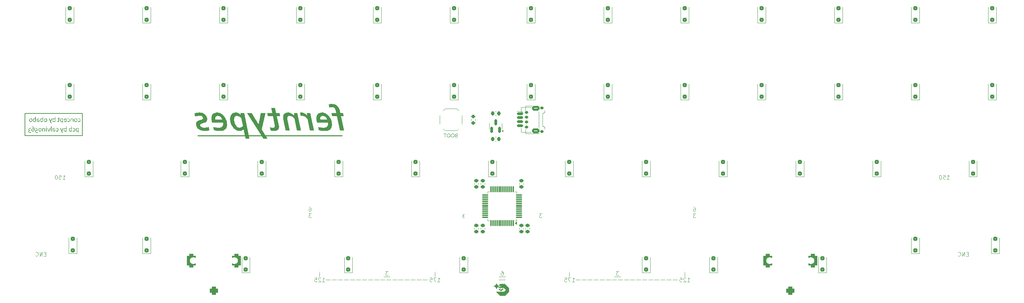
<source format=gbr>
%TF.GenerationSoftware,KiCad,Pcbnew,8.0.3*%
%TF.CreationDate,2024-09-04T21:23:11+02:00*%
%TF.ProjectId,ferntypes,6665726e-7479-4706-9573-2e6b69636164,rev?*%
%TF.SameCoordinates,Original*%
%TF.FileFunction,Legend,Bot*%
%TF.FilePolarity,Positive*%
%FSLAX46Y46*%
G04 Gerber Fmt 4.6, Leading zero omitted, Abs format (unit mm)*
G04 Created by KiCad (PCBNEW 8.0.3) date 2024-09-04 21:23:11*
%MOMM*%
%LPD*%
G01*
G04 APERTURE LIST*
G04 Aperture macros list*
%AMRoundRect*
0 Rectangle with rounded corners*
0 $1 Rounding radius*
0 $2 $3 $4 $5 $6 $7 $8 $9 X,Y pos of 4 corners*
0 Add a 4 corners polygon primitive as box body*
4,1,4,$2,$3,$4,$5,$6,$7,$8,$9,$2,$3,0*
0 Add four circle primitives for the rounded corners*
1,1,$1+$1,$2,$3*
1,1,$1+$1,$4,$5*
1,1,$1+$1,$6,$7*
1,1,$1+$1,$8,$9*
0 Add four rect primitives between the rounded corners*
20,1,$1+$1,$2,$3,$4,$5,0*
20,1,$1+$1,$4,$5,$6,$7,0*
20,1,$1+$1,$6,$7,$8,$9,0*
20,1,$1+$1,$8,$9,$2,$3,0*%
G04 Aperture macros list end*
%ADD10C,0.100000*%
%ADD11C,0.250000*%
%ADD12C,0.200000*%
%ADD13C,1.000000*%
%ADD14C,0.120000*%
%ADD15C,0.000000*%
%ADD16C,1.750000*%
%ADD17C,3.987800*%
%ADD18C,2.300000*%
%ADD19C,2.000000*%
%ADD20RoundRect,0.500000X0.500000X-0.500000X0.500000X0.500000X-0.500000X0.500000X-0.500000X-0.500000X0*%
%ADD21RoundRect,0.550000X0.550000X-1.150000X0.550000X1.150000X-0.550000X1.150000X-0.550000X-1.150000X0*%
%ADD22C,4.000000*%
%ADD23RoundRect,0.250000X0.300000X-0.300000X0.300000X0.300000X-0.300000X0.300000X-0.300000X-0.300000X0*%
%ADD24RoundRect,0.225000X-0.250000X0.225000X-0.250000X-0.225000X0.250000X-0.225000X0.250000X0.225000X0*%
%ADD25RoundRect,0.225000X0.225000X0.250000X-0.225000X0.250000X-0.225000X-0.250000X0.225000X-0.250000X0*%
%ADD26RoundRect,0.150000X-0.275000X0.150000X-0.275000X-0.150000X0.275000X-0.150000X0.275000X0.150000X0*%
%ADD27RoundRect,0.175000X-0.225000X0.175000X-0.225000X-0.175000X0.225000X-0.175000X0.225000X0.175000X0*%
%ADD28R,1.800000X1.100000*%
%ADD29RoundRect,0.075000X0.075000X-0.662500X0.075000X0.662500X-0.075000X0.662500X-0.075000X-0.662500X0*%
%ADD30RoundRect,0.075000X0.662500X-0.075000X0.662500X0.075000X-0.662500X0.075000X-0.662500X-0.075000X0*%
%ADD31RoundRect,0.225000X0.250000X-0.225000X0.250000X0.225000X-0.250000X0.225000X-0.250000X-0.225000X0*%
%ADD32RoundRect,0.150000X0.150000X-0.587500X0.150000X0.587500X-0.150000X0.587500X-0.150000X-0.587500X0*%
%ADD33RoundRect,0.150000X-0.625000X0.150000X-0.625000X-0.150000X0.625000X-0.150000X0.625000X0.150000X0*%
%ADD34RoundRect,0.250000X-0.650000X0.350000X-0.650000X-0.350000X0.650000X-0.350000X0.650000X0.350000X0*%
%ADD35RoundRect,0.200000X0.275000X-0.200000X0.275000X0.200000X-0.275000X0.200000X-0.275000X-0.200000X0*%
%ADD36RoundRect,0.225000X-0.225000X-0.250000X0.225000X-0.250000X0.225000X0.250000X-0.225000X0.250000X0*%
G04 APERTURE END LIST*
D10*
X146843750Y-107156250D02*
X148431250Y-107156250D01*
X165893750Y-107950000D02*
X166993750Y-107950000D01*
X167393750Y-107950000D02*
X168493750Y-107950000D01*
X168893750Y-107950000D02*
X169993750Y-107950000D01*
X170393750Y-107950000D02*
X171493750Y-107950000D01*
X171893750Y-107950000D02*
X172993750Y-107950000D01*
X173393750Y-107950000D02*
X174493750Y-107950000D01*
X174893750Y-107950000D02*
X175993750Y-107950000D01*
X176393750Y-107950000D02*
X177493750Y-107950000D01*
X177893750Y-107950000D02*
X178993750Y-107950000D01*
X179393750Y-107950000D02*
X180493750Y-107950000D01*
X180893750Y-107950000D02*
X181993750Y-107950000D01*
X182393750Y-107950000D02*
X183493750Y-107950000D01*
X183893750Y-107950000D02*
X184993750Y-107950000D01*
X185393750Y-107950000D02*
X186493750Y-107950000D01*
X186893750Y-107950000D02*
X187993750Y-107950000D01*
X188393750Y-107950000D02*
X189493750Y-107950000D01*
X189893750Y-107950000D02*
X190993750Y-107950000D01*
X130968750Y-107156250D02*
X130968750Y-106056250D01*
X130968750Y-105656250D02*
X130968750Y-105656250D01*
X118268750Y-107156250D02*
X119856250Y-107156250D01*
X146843750Y-107950000D02*
X148431250Y-107950000D01*
X175418750Y-107156250D02*
X177006250Y-107156250D01*
X164306250Y-107156250D02*
X164306250Y-106056250D01*
X164306250Y-105656250D02*
X164306250Y-105656250D01*
D11*
X72231250Y-72231250D02*
X107950000Y-72231250D01*
D12*
X29368750Y-66675000D02*
X43656250Y-66675000D01*
X43656250Y-72231250D01*
X29368750Y-72231250D01*
X29368750Y-66675000D01*
D10*
X102393750Y-107156250D02*
X102393750Y-106056250D01*
X102393750Y-105656250D02*
X102393750Y-105656250D01*
X103981250Y-107950000D02*
X105081250Y-107950000D01*
X105481250Y-107950000D02*
X106581250Y-107950000D01*
X106981250Y-107950000D02*
X108081250Y-107950000D01*
X108481250Y-107950000D02*
X109581250Y-107950000D01*
X109981250Y-107950000D02*
X111081250Y-107950000D01*
X111481250Y-107950000D02*
X112581250Y-107950000D01*
X112981250Y-107950000D02*
X114081250Y-107950000D01*
X114481250Y-107950000D02*
X115581250Y-107950000D01*
X115981250Y-107950000D02*
X117081250Y-107950000D01*
X117481250Y-107950000D02*
X118581250Y-107950000D01*
X118981250Y-107950000D02*
X120081250Y-107950000D01*
X120481250Y-107950000D02*
X121581250Y-107950000D01*
X121981250Y-107950000D02*
X123081250Y-107950000D01*
X123481250Y-107950000D02*
X124581250Y-107950000D01*
X124981250Y-107950000D02*
X126081250Y-107950000D01*
X126481250Y-107950000D02*
X127581250Y-107950000D01*
X127981250Y-107950000D02*
X129081250Y-107950000D01*
X192881250Y-107156250D02*
X192881250Y-106056250D01*
X192881250Y-105656250D02*
X192881250Y-105656250D01*
G36*
X42773852Y-67941054D02*
G01*
X42712386Y-67944587D01*
X42660584Y-67953572D01*
X42601647Y-67971518D01*
X42567772Y-67987766D01*
X42567772Y-68097370D01*
X42625860Y-68078479D01*
X42667301Y-68068060D01*
X42727796Y-68059445D01*
X42760113Y-68058291D01*
X42821961Y-68064731D01*
X42858726Y-68074777D01*
X42915851Y-68103232D01*
X42946348Y-68128205D01*
X42984988Y-68177739D01*
X43008630Y-68226818D01*
X43024700Y-68286182D01*
X43031565Y-68351456D01*
X43032138Y-68379165D01*
X43027788Y-68442592D01*
X43014736Y-68500981D01*
X42989405Y-68558855D01*
X42962224Y-68597457D01*
X42914758Y-68639433D01*
X42875212Y-68660960D01*
X42814851Y-68678588D01*
X42754007Y-68683552D01*
X42691444Y-68679617D01*
X42653562Y-68673477D01*
X42594240Y-68658245D01*
X42554644Y-68644474D01*
X42554644Y-68754688D01*
X42593112Y-68771785D01*
X42645014Y-68786745D01*
X42705158Y-68796820D01*
X42766677Y-68800785D01*
X42768661Y-68800789D01*
X42834176Y-68796708D01*
X42896769Y-68784464D01*
X42924672Y-68776059D01*
X42980931Y-68751335D01*
X43034192Y-68714904D01*
X43051373Y-68699428D01*
X43093531Y-68649022D01*
X43124933Y-68592798D01*
X43135026Y-68568758D01*
X43153444Y-68505331D01*
X43162860Y-68439949D01*
X43165251Y-68381302D01*
X43162631Y-68318287D01*
X43153949Y-68256511D01*
X43149375Y-68235977D01*
X43130294Y-68175451D01*
X43105411Y-68122710D01*
X43070721Y-68072048D01*
X43039466Y-68039057D01*
X42989377Y-68000941D01*
X42957034Y-67982881D01*
X42897747Y-67959289D01*
X42865748Y-67951129D01*
X42804821Y-67942245D01*
X42773852Y-67941054D01*
G37*
G36*
X42045739Y-67942544D02*
G01*
X42107484Y-67952033D01*
X42169045Y-67972195D01*
X42195417Y-67984671D01*
X42247327Y-68017961D01*
X42292083Y-68059817D01*
X42313160Y-68085623D01*
X42346489Y-68139363D01*
X42370546Y-68195677D01*
X42385197Y-68246857D01*
X42395045Y-68307219D01*
X42398328Y-68371837D01*
X42396203Y-68424581D01*
X42387833Y-68485372D01*
X42371462Y-68547082D01*
X42360549Y-68575940D01*
X42331162Y-68633017D01*
X42293914Y-68682636D01*
X42274147Y-68702822D01*
X42226090Y-68740520D01*
X42170877Y-68769953D01*
X42133477Y-68783444D01*
X42072798Y-68796453D01*
X42006624Y-68800789D01*
X41968454Y-68799313D01*
X41906895Y-68789918D01*
X41845729Y-68769953D01*
X41823734Y-68759611D01*
X41771433Y-68726998D01*
X41722997Y-68682636D01*
X41701920Y-68656845D01*
X41668591Y-68603210D01*
X41644534Y-68547082D01*
X41631104Y-68501250D01*
X41620034Y-68435934D01*
X41616751Y-68371837D01*
X41749863Y-68371837D01*
X41749882Y-68376440D01*
X41754672Y-68441828D01*
X41769098Y-68504034D01*
X41787194Y-68548192D01*
X41822526Y-68602036D01*
X41849974Y-68629328D01*
X41903736Y-68662792D01*
X41943252Y-68676233D01*
X42006624Y-68683552D01*
X42050805Y-68680126D01*
X42110122Y-68662792D01*
X42146505Y-68642749D01*
X42192248Y-68602036D01*
X42221237Y-68560583D01*
X42245982Y-68504034D01*
X42248311Y-68496684D01*
X42261534Y-68433505D01*
X42265216Y-68371837D01*
X42265141Y-68362553D01*
X42260407Y-68301236D01*
X42245982Y-68239030D01*
X42226289Y-68191454D01*
X42192554Y-68140417D01*
X42165062Y-68112754D01*
X42111038Y-68079051D01*
X42071127Y-68065610D01*
X42007540Y-68058291D01*
X41963358Y-68061717D01*
X41904042Y-68079051D01*
X41867759Y-68099194D01*
X41822526Y-68140417D01*
X41793756Y-68182157D01*
X41769098Y-68239030D01*
X41766768Y-68246347D01*
X41753545Y-68309602D01*
X41749863Y-68371837D01*
X41616751Y-68371837D01*
X41618876Y-68318651D01*
X41627246Y-68257516D01*
X41643618Y-68195677D01*
X41654519Y-68166715D01*
X41683810Y-68109487D01*
X41720860Y-68059817D01*
X41740441Y-68039435D01*
X41788390Y-68001532D01*
X41843897Y-67972195D01*
X41881373Y-67958571D01*
X41941880Y-67945433D01*
X42007540Y-67941054D01*
X42045739Y-67942544D01*
G37*
G36*
X41279085Y-68074472D02*
G01*
X41276338Y-68074472D01*
X41234129Y-68028357D01*
X41227489Y-68022265D01*
X41177587Y-67985613D01*
X41167344Y-67979828D01*
X41109236Y-67955502D01*
X41094682Y-67951434D01*
X41033843Y-67941875D01*
X41007976Y-67941054D01*
X40944723Y-67946543D01*
X40904173Y-67956625D01*
X40848502Y-67983482D01*
X40819909Y-68006694D01*
X40781102Y-68057904D01*
X40763428Y-68096759D01*
X40747628Y-68158659D01*
X40742444Y-68223215D01*
X40742362Y-68233230D01*
X40742362Y-68781250D01*
X40875474Y-68781250D01*
X40875474Y-68256738D01*
X40880236Y-68191113D01*
X40898143Y-68131602D01*
X40915774Y-68104697D01*
X40968933Y-68068487D01*
X41033011Y-68058291D01*
X41095613Y-68066475D01*
X41156337Y-68091027D01*
X41164291Y-68095538D01*
X41216467Y-68133505D01*
X41258847Y-68178388D01*
X41273590Y-68198120D01*
X41273590Y-68781250D01*
X41406702Y-68781250D01*
X41406702Y-67960594D01*
X41304426Y-67960594D01*
X41279085Y-68074472D01*
G37*
G36*
X40151905Y-67941054D02*
G01*
X40090439Y-67944587D01*
X40038637Y-67953572D01*
X39979700Y-67971518D01*
X39945825Y-67987766D01*
X39945825Y-68097370D01*
X40003914Y-68078479D01*
X40045354Y-68068060D01*
X40105849Y-68059445D01*
X40138166Y-68058291D01*
X40200014Y-68064731D01*
X40236779Y-68074777D01*
X40293904Y-68103232D01*
X40324401Y-68128205D01*
X40363041Y-68177739D01*
X40386683Y-68226818D01*
X40402753Y-68286182D01*
X40409618Y-68351456D01*
X40410191Y-68379165D01*
X40405841Y-68442592D01*
X40392789Y-68500981D01*
X40367459Y-68558855D01*
X40340277Y-68597457D01*
X40292811Y-68639433D01*
X40253265Y-68660960D01*
X40192904Y-68678588D01*
X40132060Y-68683552D01*
X40069497Y-68679617D01*
X40031615Y-68673477D01*
X39972293Y-68658245D01*
X39932697Y-68644474D01*
X39932697Y-68754688D01*
X39971165Y-68771785D01*
X40023067Y-68786745D01*
X40083211Y-68796820D01*
X40144730Y-68800785D01*
X40146715Y-68800789D01*
X40212229Y-68796708D01*
X40274822Y-68784464D01*
X40302725Y-68776059D01*
X40358984Y-68751335D01*
X40412245Y-68714904D01*
X40429426Y-68699428D01*
X40471584Y-68649022D01*
X40502986Y-68592798D01*
X40513079Y-68568758D01*
X40531497Y-68505331D01*
X40540913Y-68439949D01*
X40543304Y-68381302D01*
X40540684Y-68318287D01*
X40532002Y-68256511D01*
X40527428Y-68235977D01*
X40508347Y-68175451D01*
X40483464Y-68122710D01*
X40448774Y-68072048D01*
X40417519Y-68039057D01*
X40367430Y-68000941D01*
X40335087Y-67982881D01*
X40275800Y-67959289D01*
X40243801Y-67951129D01*
X40182874Y-67942245D01*
X40151905Y-67941054D01*
G37*
G36*
X39421523Y-67941483D02*
G01*
X39483800Y-67949748D01*
X39543740Y-67968531D01*
X39560293Y-67975835D01*
X39614473Y-68008234D01*
X39662808Y-68051269D01*
X39684403Y-68076612D01*
X39719313Y-68130576D01*
X39745546Y-68188350D01*
X39747443Y-68193512D01*
X39764336Y-68254110D01*
X39773370Y-68315272D01*
X39776381Y-68382218D01*
X39776352Y-68389265D01*
X39772810Y-68456229D01*
X39763364Y-68516813D01*
X39746156Y-68576086D01*
X39736027Y-68600440D01*
X39704178Y-68656854D01*
X39660977Y-68706450D01*
X39643362Y-68721331D01*
X39588331Y-68755859D01*
X39529696Y-68778502D01*
X39490560Y-68788252D01*
X39429351Y-68797655D01*
X39365137Y-68800789D01*
X39351367Y-68800679D01*
X39289307Y-68797256D01*
X39226835Y-68788271D01*
X39177921Y-68776838D01*
X39118757Y-68754688D01*
X39118757Y-68644474D01*
X39166158Y-68659191D01*
X39227445Y-68673477D01*
X39284766Y-68681034D01*
X39348040Y-68683552D01*
X39405696Y-68680332D01*
X39466498Y-68668898D01*
X39508831Y-68653871D01*
X39562363Y-68621576D01*
X39594679Y-68589460D01*
X39626783Y-68537007D01*
X39629629Y-68530393D01*
X39645791Y-68471125D01*
X39650291Y-68410000D01*
X39076626Y-68410000D01*
X39075710Y-68376112D01*
X39075710Y-68358099D01*
X39077738Y-68298099D01*
X39078379Y-68292764D01*
X39209738Y-68292764D01*
X39643269Y-68292764D01*
X39638425Y-68260076D01*
X39619761Y-68201478D01*
X39608195Y-68178305D01*
X39570301Y-68126984D01*
X39552159Y-68110186D01*
X39498555Y-68076914D01*
X39472139Y-68067093D01*
X39409406Y-68058291D01*
X39382871Y-68059716D01*
X39323616Y-68076304D01*
X39307905Y-68084842D01*
X39261334Y-68126068D01*
X39248046Y-68144798D01*
X39222866Y-68200562D01*
X39215392Y-68230741D01*
X39209738Y-68292764D01*
X39078379Y-68292764D01*
X39085727Y-68231589D01*
X39101355Y-68167589D01*
X39107981Y-68148203D01*
X39133535Y-68091521D01*
X39170659Y-68038141D01*
X39218592Y-67994559D01*
X39274462Y-67964562D01*
X39278211Y-67963116D01*
X39340627Y-67946220D01*
X39403300Y-67941054D01*
X39421523Y-67941483D01*
G37*
G36*
X38515895Y-67942141D02*
G01*
X38577454Y-67954793D01*
X38589765Y-67959110D01*
X38646453Y-67986544D01*
X38692248Y-68020738D01*
X38720031Y-68053711D01*
X38722473Y-68053711D01*
X38749951Y-67960594D01*
X38847037Y-67960594D01*
X38847037Y-69172038D01*
X38716367Y-69172038D01*
X38716367Y-68703397D01*
X38713925Y-68703397D01*
X38672011Y-68743455D01*
X38618670Y-68776365D01*
X38556885Y-68795422D01*
X38493496Y-68800789D01*
X38480283Y-68800467D01*
X38419307Y-68791630D01*
X38399710Y-68786497D01*
X38342065Y-68762626D01*
X38318452Y-68748780D01*
X38268182Y-68709503D01*
X38240721Y-68679895D01*
X38206205Y-68627377D01*
X38182239Y-68574101D01*
X38163463Y-68512582D01*
X38157964Y-68487177D01*
X38149557Y-68422637D01*
X38147338Y-68362984D01*
X38280394Y-68362984D01*
X38281188Y-68397752D01*
X38287542Y-68460206D01*
X38302986Y-68521131D01*
X38323110Y-68567254D01*
X38359773Y-68619439D01*
X38379662Y-68637964D01*
X38434877Y-68669508D01*
X38449965Y-68674281D01*
X38512119Y-68683552D01*
X38562959Y-68678994D01*
X38623860Y-68659739D01*
X38667112Y-68635304D01*
X38716367Y-68594098D01*
X38716367Y-68165758D01*
X38685837Y-68131869D01*
X38640041Y-68096454D01*
X38636697Y-68094379D01*
X38580813Y-68068976D01*
X38570337Y-68065898D01*
X38507845Y-68058291D01*
X38471231Y-68060816D01*
X38410148Y-68079662D01*
X38382560Y-68096345D01*
X38338707Y-68140417D01*
X38315925Y-68178093D01*
X38295048Y-68235977D01*
X38294147Y-68239503D01*
X38283614Y-68299800D01*
X38280394Y-68362984D01*
X38147338Y-68362984D01*
X38147281Y-68361457D01*
X38150084Y-68293813D01*
X38158492Y-68232848D01*
X38175980Y-68168505D01*
X38185403Y-68144312D01*
X38214158Y-68088037D01*
X38252001Y-68038141D01*
X38257973Y-68031913D01*
X38306416Y-67992048D01*
X38361299Y-67964257D01*
X38369064Y-67961447D01*
X38428442Y-67946152D01*
X38489832Y-67941054D01*
X38515895Y-67942141D01*
G37*
G36*
X37490879Y-68780944D02*
G01*
X37543391Y-68793767D01*
X37606636Y-68800140D01*
X37627350Y-68800789D01*
X37690970Y-68796308D01*
X37739091Y-68784913D01*
X37794094Y-68758159D01*
X37817554Y-68739423D01*
X37854556Y-68690386D01*
X37864570Y-68667677D01*
X37878345Y-68605416D01*
X37879836Y-68574254D01*
X37879836Y-68077830D01*
X38037067Y-68077830D01*
X38037067Y-67960594D01*
X37879836Y-67960594D01*
X37879836Y-67745660D01*
X37746723Y-67745660D01*
X37746723Y-67960594D01*
X37502786Y-67960594D01*
X37502786Y-68077830D01*
X37746723Y-68077830D01*
X37746723Y-68552577D01*
X37738785Y-68604784D01*
X37712835Y-68646305D01*
X37667650Y-68673783D01*
X37606470Y-68683514D01*
X37601704Y-68683552D01*
X37545528Y-68679278D01*
X37490879Y-68667982D01*
X37490879Y-68780944D01*
G37*
G36*
X36961482Y-68781250D02*
G01*
X36861038Y-68781250D01*
X36832644Y-68690269D01*
X36830202Y-68690269D01*
X36806694Y-68720189D01*
X36762119Y-68757741D01*
X36751168Y-68764396D01*
X36694037Y-68788271D01*
X36665097Y-68795398D01*
X36601835Y-68800789D01*
X36593150Y-68800685D01*
X36529081Y-68793293D01*
X36466891Y-68774228D01*
X36450786Y-68767082D01*
X36398026Y-68735308D01*
X36350875Y-68693017D01*
X36329652Y-68667734D01*
X36295277Y-68613495D01*
X36269359Y-68555020D01*
X36265625Y-68544444D01*
X36249394Y-68482013D01*
X36240963Y-68418996D01*
X36238910Y-68366953D01*
X36371636Y-68366953D01*
X36371651Y-68371311D01*
X36375605Y-68433967D01*
X36387512Y-68495180D01*
X36402682Y-68539889D01*
X36433918Y-68595625D01*
X36459148Y-68624519D01*
X36510549Y-68660655D01*
X36553158Y-68676307D01*
X36616184Y-68683552D01*
X36628526Y-68683277D01*
X36689762Y-68672256D01*
X36693898Y-68670787D01*
X36750212Y-68644168D01*
X36796619Y-68608448D01*
X36828370Y-68573032D01*
X36828370Y-68150187D01*
X36785549Y-68115255D01*
X36730368Y-68083936D01*
X36673276Y-68064702D01*
X36612521Y-68058291D01*
X36592084Y-68059092D01*
X36531004Y-68071113D01*
X36505912Y-68081155D01*
X36454068Y-68117520D01*
X36422959Y-68154840D01*
X36394839Y-68211248D01*
X36384688Y-68243419D01*
X36374378Y-68305302D01*
X36371636Y-68366953D01*
X36238910Y-68366953D01*
X36238524Y-68357183D01*
X36238781Y-68336875D01*
X36243177Y-68275027D01*
X36255010Y-68211553D01*
X36271331Y-68159527D01*
X36298668Y-68102254D01*
X36318569Y-68072364D01*
X36362172Y-68025318D01*
X36384986Y-68007208D01*
X36437276Y-67975553D01*
X36456873Y-67966795D01*
X36516350Y-67948992D01*
X36528707Y-67946705D01*
X36590539Y-67941054D01*
X36604419Y-67941282D01*
X36665360Y-67948378D01*
X36723651Y-67967005D01*
X36778377Y-67997764D01*
X36825928Y-68038751D01*
X36828370Y-68038751D01*
X36828370Y-67530726D01*
X36961482Y-67530726D01*
X36961482Y-68781250D01*
G37*
G36*
X36142048Y-67960594D02*
G01*
X36008935Y-67960594D01*
X35749427Y-68598373D01*
X35743932Y-68598373D01*
X35477707Y-67960594D01*
X35344595Y-67960594D01*
X35857199Y-69172038D01*
X35989396Y-69172038D01*
X35815068Y-68757741D01*
X36142048Y-67960594D01*
G37*
G36*
X34541377Y-67942544D02*
G01*
X34603122Y-67952033D01*
X34664684Y-67972195D01*
X34691056Y-67984671D01*
X34742966Y-68017961D01*
X34787721Y-68059817D01*
X34808798Y-68085623D01*
X34842127Y-68139363D01*
X34866184Y-68195677D01*
X34880835Y-68246857D01*
X34890684Y-68307219D01*
X34893967Y-68371837D01*
X34891842Y-68424581D01*
X34883472Y-68485372D01*
X34867100Y-68547082D01*
X34856188Y-68575940D01*
X34826801Y-68633017D01*
X34789553Y-68682636D01*
X34769786Y-68702822D01*
X34721728Y-68740520D01*
X34666516Y-68769953D01*
X34629116Y-68783444D01*
X34568437Y-68796453D01*
X34502262Y-68800789D01*
X34464093Y-68799313D01*
X34402533Y-68789918D01*
X34341367Y-68769953D01*
X34319373Y-68759611D01*
X34267071Y-68726998D01*
X34218635Y-68682636D01*
X34197558Y-68656845D01*
X34164229Y-68603210D01*
X34140172Y-68547082D01*
X34126742Y-68501250D01*
X34115673Y-68435934D01*
X34112390Y-68371837D01*
X34245502Y-68371837D01*
X34245521Y-68376440D01*
X34250311Y-68441828D01*
X34264736Y-68504034D01*
X34282833Y-68548192D01*
X34318164Y-68602036D01*
X34345613Y-68629328D01*
X34399375Y-68662792D01*
X34438890Y-68676233D01*
X34502262Y-68683552D01*
X34546444Y-68680126D01*
X34605760Y-68662792D01*
X34642144Y-68642749D01*
X34687887Y-68602036D01*
X34716876Y-68560583D01*
X34741620Y-68504034D01*
X34743949Y-68496684D01*
X34757173Y-68433505D01*
X34760854Y-68371837D01*
X34760779Y-68362553D01*
X34756046Y-68301236D01*
X34741620Y-68239030D01*
X34721927Y-68191454D01*
X34688192Y-68140417D01*
X34660701Y-68112754D01*
X34606676Y-68079051D01*
X34566766Y-68065610D01*
X34503178Y-68058291D01*
X34458997Y-68061717D01*
X34399680Y-68079051D01*
X34363398Y-68099194D01*
X34318164Y-68140417D01*
X34289394Y-68182157D01*
X34264736Y-68239030D01*
X34262407Y-68246347D01*
X34249184Y-68309602D01*
X34245502Y-68371837D01*
X34112390Y-68371837D01*
X34114515Y-68318651D01*
X34122884Y-68257516D01*
X34139256Y-68195677D01*
X34150158Y-68166715D01*
X34179448Y-68109487D01*
X34216498Y-68059817D01*
X34236079Y-68039435D01*
X34284028Y-68001532D01*
X34339536Y-67972195D01*
X34377012Y-67958571D01*
X34437519Y-67945433D01*
X34503178Y-67941054D01*
X34541377Y-67942544D01*
G37*
G36*
X33902341Y-68781250D02*
G01*
X33801896Y-68781250D01*
X33773503Y-68690269D01*
X33771060Y-68690269D01*
X33747552Y-68720189D01*
X33702978Y-68757741D01*
X33692026Y-68764396D01*
X33634895Y-68788271D01*
X33605955Y-68795398D01*
X33542693Y-68800789D01*
X33534009Y-68800685D01*
X33469940Y-68793293D01*
X33407749Y-68774228D01*
X33391644Y-68767082D01*
X33338884Y-68735308D01*
X33291734Y-68693017D01*
X33270511Y-68667734D01*
X33236135Y-68613495D01*
X33210218Y-68555020D01*
X33206484Y-68544444D01*
X33190253Y-68482013D01*
X33181821Y-68418996D01*
X33179768Y-68366953D01*
X33312494Y-68366953D01*
X33312510Y-68371311D01*
X33316463Y-68433967D01*
X33328370Y-68495180D01*
X33343540Y-68539889D01*
X33374776Y-68595625D01*
X33400007Y-68624519D01*
X33451407Y-68660655D01*
X33494016Y-68676307D01*
X33557042Y-68683552D01*
X33569384Y-68683277D01*
X33630621Y-68672256D01*
X33634757Y-68670787D01*
X33691071Y-68644168D01*
X33737477Y-68608448D01*
X33769228Y-68573032D01*
X33769228Y-68150187D01*
X33726407Y-68115255D01*
X33671226Y-68083936D01*
X33614134Y-68064702D01*
X33553379Y-68058291D01*
X33532943Y-68059092D01*
X33471863Y-68071113D01*
X33446771Y-68081155D01*
X33394926Y-68117520D01*
X33363818Y-68154840D01*
X33335697Y-68211248D01*
X33325546Y-68243419D01*
X33315236Y-68305302D01*
X33312494Y-68366953D01*
X33179768Y-68366953D01*
X33179382Y-68357183D01*
X33179640Y-68336875D01*
X33184035Y-68275027D01*
X33195868Y-68211553D01*
X33212189Y-68159527D01*
X33239527Y-68102254D01*
X33259428Y-68072364D01*
X33303030Y-68025318D01*
X33325844Y-68007208D01*
X33378135Y-67975553D01*
X33397731Y-67966795D01*
X33457208Y-67948992D01*
X33469565Y-67946705D01*
X33531397Y-67941054D01*
X33545277Y-67941282D01*
X33606218Y-67948378D01*
X33664509Y-67967005D01*
X33719235Y-67997764D01*
X33766786Y-68038751D01*
X33769228Y-68038751D01*
X33769228Y-67530726D01*
X33902341Y-67530726D01*
X33902341Y-68781250D01*
G37*
G36*
X32709217Y-67941084D02*
G01*
X32771496Y-67944412D01*
X32775759Y-67944844D01*
X32836831Y-67954182D01*
X32895755Y-67969142D01*
X32943993Y-67988071D01*
X32943993Y-68097370D01*
X32896651Y-68082860D01*
X32835610Y-68068671D01*
X32782766Y-68061220D01*
X32718984Y-68058291D01*
X32713809Y-68058317D01*
X32648426Y-68064127D01*
X32586788Y-68084852D01*
X32556343Y-68104563D01*
X32515652Y-68151408D01*
X32500997Y-68195983D01*
X32496723Y-68253990D01*
X32496723Y-68310166D01*
X32500082Y-68310166D01*
X32537073Y-68298569D01*
X32598389Y-68284521D01*
X32655786Y-68276506D01*
X32718068Y-68273224D01*
X32779566Y-68277249D01*
X32842937Y-68291543D01*
X32885960Y-68308798D01*
X32939413Y-68343444D01*
X32969184Y-68373200D01*
X33002001Y-68425571D01*
X33017998Y-68473965D01*
X33024288Y-68535785D01*
X33020489Y-68587828D01*
X33004443Y-68647527D01*
X32987098Y-68682474D01*
X32948267Y-68731180D01*
X32919087Y-68754507D01*
X32861866Y-68783081D01*
X32812493Y-68795791D01*
X32751346Y-68800789D01*
X32729536Y-68800255D01*
X32667999Y-68792240D01*
X32653455Y-68788777D01*
X32595642Y-68767816D01*
X32589472Y-68764802D01*
X32537023Y-68731790D01*
X32495197Y-68691185D01*
X32491838Y-68691185D01*
X32476878Y-68781250D01*
X32363611Y-68781250D01*
X32363611Y-68420075D01*
X32496723Y-68420075D01*
X32496723Y-68581581D01*
X32527559Y-68608142D01*
X32578239Y-68642031D01*
X32589749Y-68648178D01*
X32646322Y-68671340D01*
X32668296Y-68677244D01*
X32729059Y-68683552D01*
X32731173Y-68683544D01*
X32792868Y-68674699D01*
X32844464Y-68647527D01*
X32878658Y-68601120D01*
X32880174Y-68597574D01*
X32891175Y-68535785D01*
X32880241Y-68474905D01*
X32841411Y-68426181D01*
X32828302Y-68417809D01*
X32768607Y-68396356D01*
X32703414Y-68390461D01*
X32650161Y-68392899D01*
X32587704Y-68400841D01*
X32559153Y-68406066D01*
X32496723Y-68420075D01*
X32363611Y-68420075D01*
X32363611Y-68234756D01*
X32363702Y-68225005D01*
X32369412Y-68162094D01*
X32369762Y-68160020D01*
X32387730Y-68101338D01*
X32404823Y-68071041D01*
X32447884Y-68021983D01*
X32500692Y-67985018D01*
X32510677Y-67979694D01*
X32571901Y-67956553D01*
X32636825Y-67944532D01*
X32702803Y-67941054D01*
X32709217Y-67941084D01*
G37*
G36*
X32109598Y-68781250D02*
G01*
X32009153Y-68781250D01*
X31980760Y-68690269D01*
X31978318Y-68690269D01*
X31954809Y-68720189D01*
X31910235Y-68757741D01*
X31899284Y-68764396D01*
X31842152Y-68788271D01*
X31813213Y-68795398D01*
X31749951Y-68800789D01*
X31741266Y-68800685D01*
X31677197Y-68793293D01*
X31615007Y-68774228D01*
X31598902Y-68767082D01*
X31546142Y-68735308D01*
X31498991Y-68693017D01*
X31477768Y-68667734D01*
X31443393Y-68613495D01*
X31417475Y-68555020D01*
X31413741Y-68544444D01*
X31397510Y-68482013D01*
X31389079Y-68418996D01*
X31387025Y-68366953D01*
X31519752Y-68366953D01*
X31519767Y-68371311D01*
X31523721Y-68433967D01*
X31535628Y-68495180D01*
X31550798Y-68539889D01*
X31582034Y-68595625D01*
X31607264Y-68624519D01*
X31658665Y-68660655D01*
X31701274Y-68676307D01*
X31764300Y-68683552D01*
X31776642Y-68683277D01*
X31837878Y-68672256D01*
X31842014Y-68670787D01*
X31898328Y-68644168D01*
X31944734Y-68608448D01*
X31976486Y-68573032D01*
X31976486Y-68150187D01*
X31933664Y-68115255D01*
X31878484Y-68083936D01*
X31821392Y-68064702D01*
X31760636Y-68058291D01*
X31740200Y-68059092D01*
X31679120Y-68071113D01*
X31654028Y-68081155D01*
X31602184Y-68117520D01*
X31571075Y-68154840D01*
X31542955Y-68211248D01*
X31532804Y-68243419D01*
X31522494Y-68305302D01*
X31519752Y-68366953D01*
X31387025Y-68366953D01*
X31386639Y-68357183D01*
X31386897Y-68336875D01*
X31391292Y-68275027D01*
X31403126Y-68211553D01*
X31419446Y-68159527D01*
X31446784Y-68102254D01*
X31466685Y-68072364D01*
X31510287Y-68025318D01*
X31533102Y-68007208D01*
X31585392Y-67975553D01*
X31604989Y-67966795D01*
X31664466Y-67948992D01*
X31676822Y-67946705D01*
X31738654Y-67941054D01*
X31752534Y-67941282D01*
X31813476Y-67948378D01*
X31871767Y-67967005D01*
X31926493Y-67997764D01*
X31974044Y-68038751D01*
X31976486Y-68038751D01*
X31976486Y-67530726D01*
X32109598Y-67530726D01*
X32109598Y-68781250D01*
G37*
G36*
X30878956Y-67942544D02*
G01*
X30940701Y-67952033D01*
X31002262Y-67972195D01*
X31028634Y-67984671D01*
X31080544Y-68017961D01*
X31125300Y-68059817D01*
X31146377Y-68085623D01*
X31179706Y-68139363D01*
X31203763Y-68195677D01*
X31218414Y-68246857D01*
X31228262Y-68307219D01*
X31231545Y-68371837D01*
X31229420Y-68424581D01*
X31221050Y-68485372D01*
X31204679Y-68547082D01*
X31193766Y-68575940D01*
X31164379Y-68633017D01*
X31127131Y-68682636D01*
X31107364Y-68702822D01*
X31059307Y-68740520D01*
X31004094Y-68769953D01*
X30966694Y-68783444D01*
X30906015Y-68796453D01*
X30839841Y-68800789D01*
X30801671Y-68799313D01*
X30740112Y-68789918D01*
X30678946Y-68769953D01*
X30656951Y-68759611D01*
X30604650Y-68726998D01*
X30556214Y-68682636D01*
X30535137Y-68656845D01*
X30501808Y-68603210D01*
X30477751Y-68547082D01*
X30464321Y-68501250D01*
X30453251Y-68435934D01*
X30449968Y-68371837D01*
X30583081Y-68371837D01*
X30583099Y-68376440D01*
X30587889Y-68441828D01*
X30602315Y-68504034D01*
X30620411Y-68548192D01*
X30655743Y-68602036D01*
X30683191Y-68629328D01*
X30736954Y-68662792D01*
X30776469Y-68676233D01*
X30839841Y-68683552D01*
X30884022Y-68680126D01*
X30943339Y-68662792D01*
X30979722Y-68642749D01*
X31025465Y-68602036D01*
X31054454Y-68560583D01*
X31079199Y-68504034D01*
X31081528Y-68496684D01*
X31094751Y-68433505D01*
X31098433Y-68371837D01*
X31098358Y-68362553D01*
X31093624Y-68301236D01*
X31079199Y-68239030D01*
X31059506Y-68191454D01*
X31025771Y-68140417D01*
X30998279Y-68112754D01*
X30944255Y-68079051D01*
X30904344Y-68065610D01*
X30840757Y-68058291D01*
X30796575Y-68061717D01*
X30737259Y-68079051D01*
X30700976Y-68099194D01*
X30655743Y-68140417D01*
X30626973Y-68182157D01*
X30602315Y-68239030D01*
X30599986Y-68246347D01*
X30586762Y-68309602D01*
X30583081Y-68371837D01*
X30449968Y-68371837D01*
X30452093Y-68318651D01*
X30460463Y-68257516D01*
X30476835Y-68195677D01*
X30487736Y-68166715D01*
X30517027Y-68109487D01*
X30554077Y-68059817D01*
X30573658Y-68039435D01*
X30621607Y-68001532D01*
X30677114Y-67972195D01*
X30714590Y-67958571D01*
X30775097Y-67945433D01*
X30840757Y-67941054D01*
X30878956Y-67942544D01*
G37*
X257841666Y-83007419D02*
X258413094Y-83007419D01*
X258127380Y-83007419D02*
X258127380Y-82007419D01*
X258127380Y-82007419D02*
X258222618Y-82150276D01*
X258222618Y-82150276D02*
X258317856Y-82245514D01*
X258317856Y-82245514D02*
X258413094Y-82293133D01*
X256936904Y-82007419D02*
X257413094Y-82007419D01*
X257413094Y-82007419D02*
X257460713Y-82483609D01*
X257460713Y-82483609D02*
X257413094Y-82435990D01*
X257413094Y-82435990D02*
X257317856Y-82388371D01*
X257317856Y-82388371D02*
X257079761Y-82388371D01*
X257079761Y-82388371D02*
X256984523Y-82435990D01*
X256984523Y-82435990D02*
X256936904Y-82483609D01*
X256936904Y-82483609D02*
X256889285Y-82578847D01*
X256889285Y-82578847D02*
X256889285Y-82816942D01*
X256889285Y-82816942D02*
X256936904Y-82912180D01*
X256936904Y-82912180D02*
X256984523Y-82959800D01*
X256984523Y-82959800D02*
X257079761Y-83007419D01*
X257079761Y-83007419D02*
X257317856Y-83007419D01*
X257317856Y-83007419D02*
X257413094Y-82959800D01*
X257413094Y-82959800D02*
X257460713Y-82912180D01*
X256270237Y-82007419D02*
X256174999Y-82007419D01*
X256174999Y-82007419D02*
X256079761Y-82055038D01*
X256079761Y-82055038D02*
X256032142Y-82102657D01*
X256032142Y-82102657D02*
X255984523Y-82197895D01*
X255984523Y-82197895D02*
X255936904Y-82388371D01*
X255936904Y-82388371D02*
X255936904Y-82626466D01*
X255936904Y-82626466D02*
X255984523Y-82816942D01*
X255984523Y-82816942D02*
X256032142Y-82912180D01*
X256032142Y-82912180D02*
X256079761Y-82959800D01*
X256079761Y-82959800D02*
X256174999Y-83007419D01*
X256174999Y-83007419D02*
X256270237Y-83007419D01*
X256270237Y-83007419D02*
X256365475Y-82959800D01*
X256365475Y-82959800D02*
X256413094Y-82912180D01*
X256413094Y-82912180D02*
X256460713Y-82816942D01*
X256460713Y-82816942D02*
X256508332Y-82626466D01*
X256508332Y-82626466D02*
X256508332Y-82388371D01*
X256508332Y-82388371D02*
X256460713Y-82197895D01*
X256460713Y-82197895D02*
X256413094Y-82102657D01*
X256413094Y-82102657D02*
X256365475Y-82055038D01*
X256365475Y-82055038D02*
X256270237Y-82007419D01*
G36*
X136636453Y-72646250D02*
G01*
X136399049Y-72646250D01*
X136381894Y-72646166D01*
X136330413Y-72644733D01*
X136279125Y-72640876D01*
X136236997Y-72634418D01*
X136187779Y-72621581D01*
X136141496Y-72602665D01*
X136098386Y-72575908D01*
X136071313Y-72552240D01*
X136040012Y-72514603D01*
X136027361Y-72493651D01*
X136008260Y-72446215D01*
X136003986Y-72428828D01*
X135998706Y-72381002D01*
X136104980Y-72381002D01*
X136111086Y-72426919D01*
X136130870Y-72469662D01*
X136131733Y-72470910D01*
X136167018Y-72506298D01*
X136177328Y-72513272D01*
X136221973Y-72533409D01*
X136243930Y-72539520D01*
X136294024Y-72547820D01*
X136335194Y-72551151D01*
X136385615Y-72552460D01*
X136524589Y-72552460D01*
X136524589Y-72224198D01*
X136344827Y-72224198D01*
X136327827Y-72224303D01*
X136277416Y-72226396D01*
X136229056Y-72233479D01*
X136216270Y-72236550D01*
X136170193Y-72255217D01*
X136132091Y-72288189D01*
X136111331Y-72330443D01*
X136110940Y-72331927D01*
X136104980Y-72381002D01*
X135998706Y-72381002D01*
X135998490Y-72379048D01*
X135999731Y-72349166D01*
X136008993Y-72298692D01*
X136015787Y-72279563D01*
X136042454Y-72237875D01*
X136057877Y-72222753D01*
X136099363Y-72195866D01*
X136128398Y-72184105D01*
X136176055Y-72173151D01*
X136176055Y-72170709D01*
X136152236Y-72161340D01*
X136108400Y-72136026D01*
X136096709Y-72126579D01*
X136062970Y-72088643D01*
X136055744Y-72076869D01*
X136037569Y-72031002D01*
X136034150Y-72015095D01*
X136030186Y-71970430D01*
X136136243Y-71970430D01*
X136141012Y-72013499D01*
X136161156Y-72061044D01*
X136195898Y-72096065D01*
X136240291Y-72117464D01*
X136285720Y-72127233D01*
X136295489Y-72128313D01*
X136345559Y-72130409D01*
X136524589Y-72130409D01*
X136524589Y-71817778D01*
X136392454Y-71817778D01*
X136357489Y-71818259D01*
X136307458Y-71821197D01*
X136292052Y-71822808D01*
X136243710Y-71832188D01*
X136200854Y-71850087D01*
X136162377Y-71882991D01*
X136142777Y-71921825D01*
X136136243Y-71970430D01*
X136030186Y-71970430D01*
X136029753Y-71965545D01*
X136031677Y-71934564D01*
X136043431Y-71886898D01*
X136054052Y-71862941D01*
X136082021Y-71822174D01*
X136102252Y-71801875D01*
X136142838Y-71773081D01*
X136175583Y-71756766D01*
X136222217Y-71740597D01*
X136257632Y-71733514D01*
X136298421Y-71728385D01*
X136346292Y-71725210D01*
X136354602Y-71724858D01*
X136404422Y-71723989D01*
X136636453Y-71723989D01*
X136636453Y-72646250D01*
G37*
G36*
X135439106Y-71709222D02*
G01*
X135491154Y-71715136D01*
X135540188Y-71726653D01*
X135586208Y-71743772D01*
X135596009Y-71748308D01*
X135642262Y-71774249D01*
X135683936Y-71805629D01*
X135721031Y-71842446D01*
X135734502Y-71858585D01*
X135764775Y-71902306D01*
X135787860Y-71945774D01*
X135807004Y-71993144D01*
X135818805Y-72032252D01*
X135829719Y-72085040D01*
X135835397Y-72134332D01*
X135837290Y-72185852D01*
X135836260Y-72224369D01*
X135831680Y-72273881D01*
X135822149Y-72327065D01*
X135807981Y-72377582D01*
X135802258Y-72393721D01*
X135782358Y-72439612D01*
X135755444Y-72486162D01*
X135723473Y-72528036D01*
X135716448Y-72535805D01*
X135678490Y-72571416D01*
X135635810Y-72601636D01*
X135588407Y-72626466D01*
X135557709Y-72638501D01*
X135508862Y-72651886D01*
X135456653Y-72659668D01*
X135407423Y-72661881D01*
X135383353Y-72661328D01*
X135331346Y-72656036D01*
X135282314Y-72645142D01*
X135231324Y-72626466D01*
X135221552Y-72621931D01*
X135175384Y-72596023D01*
X135133701Y-72564725D01*
X135096502Y-72528036D01*
X135082923Y-72511847D01*
X135052517Y-72468103D01*
X135029475Y-72424736D01*
X135010528Y-72377582D01*
X134998822Y-72338521D01*
X134987997Y-72285930D01*
X134982364Y-72236944D01*
X134980486Y-72185852D01*
X135086976Y-72185852D01*
X135087072Y-72197518D01*
X135089891Y-72247845D01*
X135097600Y-72299594D01*
X135111645Y-72351448D01*
X135125154Y-72385765D01*
X135149827Y-72431743D01*
X135179788Y-72471127D01*
X135196615Y-72488338D01*
X135236668Y-72519913D01*
X135281638Y-72543668D01*
X135307525Y-72553184D01*
X135358021Y-72564657D01*
X135407423Y-72568092D01*
X135436982Y-72566923D01*
X135485479Y-72559481D01*
X135534917Y-72543668D01*
X135556450Y-72533675D01*
X135599392Y-72506311D01*
X135637255Y-72471127D01*
X135660261Y-72442207D01*
X135686427Y-72397877D01*
X135705887Y-72351448D01*
X135710340Y-72337833D01*
X135722018Y-72289595D01*
X135728830Y-72236968D01*
X135730800Y-72185852D01*
X135730704Y-72174155D01*
X135727885Y-72123691D01*
X135720176Y-72071789D01*
X135706132Y-72019767D01*
X135692622Y-71985344D01*
X135667950Y-71939262D01*
X135637988Y-71899843D01*
X135621144Y-71882624D01*
X135580936Y-71850972D01*
X135535650Y-71827059D01*
X135509382Y-71817352D01*
X135458427Y-71805650D01*
X135408888Y-71802146D01*
X135383827Y-71803022D01*
X135331647Y-71810929D01*
X135282370Y-71827059D01*
X135260755Y-71837134D01*
X135217692Y-71864619D01*
X135179788Y-71899843D01*
X135156821Y-71928783D01*
X135130826Y-71973199D01*
X135111645Y-72019767D01*
X135107236Y-72033428D01*
X135095673Y-72081819D01*
X135088927Y-72134598D01*
X135086976Y-72185852D01*
X134980486Y-72185852D01*
X134981517Y-72147003D01*
X134986096Y-72097154D01*
X134995627Y-72043739D01*
X135009795Y-71993144D01*
X135015520Y-71976920D01*
X135035452Y-71930851D01*
X135062448Y-71884239D01*
X135094548Y-71842446D01*
X135101542Y-71834648D01*
X135139347Y-71798918D01*
X135181875Y-71768626D01*
X135229125Y-71743772D01*
X135259631Y-71731737D01*
X135308158Y-71718352D01*
X135360009Y-71710570D01*
X135408888Y-71708357D01*
X135439106Y-71709222D01*
G37*
G36*
X134417194Y-71709222D02*
G01*
X134469242Y-71715136D01*
X134518276Y-71726653D01*
X134564296Y-71743772D01*
X134574097Y-71748308D01*
X134620350Y-71774249D01*
X134662024Y-71805629D01*
X134699118Y-71842446D01*
X134712590Y-71858585D01*
X134742863Y-71902306D01*
X134765948Y-71945774D01*
X134785092Y-71993144D01*
X134796893Y-72032252D01*
X134807807Y-72085040D01*
X134813485Y-72134332D01*
X134815378Y-72185852D01*
X134814348Y-72224369D01*
X134809768Y-72273881D01*
X134800237Y-72327065D01*
X134786069Y-72377582D01*
X134780346Y-72393721D01*
X134760446Y-72439612D01*
X134733532Y-72486162D01*
X134701561Y-72528036D01*
X134694536Y-72535805D01*
X134656578Y-72571416D01*
X134613898Y-72601636D01*
X134566495Y-72626466D01*
X134535797Y-72638501D01*
X134486950Y-72651886D01*
X134434741Y-72659668D01*
X134385511Y-72661881D01*
X134361441Y-72661328D01*
X134309434Y-72656036D01*
X134260402Y-72645142D01*
X134209412Y-72626466D01*
X134199640Y-72621931D01*
X134153472Y-72596023D01*
X134111789Y-72564725D01*
X134074589Y-72528036D01*
X134061011Y-72511847D01*
X134030605Y-72468103D01*
X134007562Y-72424736D01*
X133988616Y-72377582D01*
X133976910Y-72338521D01*
X133966085Y-72285930D01*
X133960452Y-72236944D01*
X133958574Y-72185852D01*
X134065064Y-72185852D01*
X134065160Y-72197518D01*
X134067979Y-72247845D01*
X134075688Y-72299594D01*
X134089733Y-72351448D01*
X134103242Y-72385765D01*
X134127915Y-72431743D01*
X134157876Y-72471127D01*
X134174703Y-72488338D01*
X134214756Y-72519913D01*
X134259726Y-72543668D01*
X134285613Y-72553184D01*
X134336109Y-72564657D01*
X134385511Y-72568092D01*
X134415070Y-72566923D01*
X134463567Y-72559481D01*
X134513005Y-72543668D01*
X134534538Y-72533675D01*
X134577480Y-72506311D01*
X134615343Y-72471127D01*
X134638349Y-72442207D01*
X134664515Y-72397877D01*
X134683975Y-72351448D01*
X134688428Y-72337833D01*
X134700105Y-72289595D01*
X134706918Y-72236968D01*
X134708888Y-72185852D01*
X134708792Y-72174155D01*
X134705973Y-72123691D01*
X134698264Y-72071789D01*
X134684220Y-72019767D01*
X134670710Y-71985344D01*
X134646038Y-71939262D01*
X134616076Y-71899843D01*
X134599232Y-71882624D01*
X134559024Y-71850972D01*
X134513738Y-71827059D01*
X134487470Y-71817352D01*
X134436515Y-71805650D01*
X134386976Y-71802146D01*
X134361914Y-71803022D01*
X134309735Y-71810929D01*
X134260458Y-71827059D01*
X134238843Y-71837134D01*
X134195780Y-71864619D01*
X134157876Y-71899843D01*
X134134909Y-71928783D01*
X134108914Y-71973199D01*
X134089733Y-72019767D01*
X134085324Y-72033428D01*
X134073761Y-72081819D01*
X134067015Y-72134598D01*
X134065064Y-72185852D01*
X133958574Y-72185852D01*
X133959605Y-72147003D01*
X133964184Y-72097154D01*
X133973715Y-72043739D01*
X133987883Y-71993144D01*
X133993608Y-71976920D01*
X134013540Y-71930851D01*
X134040536Y-71884239D01*
X134072636Y-71842446D01*
X134079630Y-71834648D01*
X134117435Y-71798918D01*
X134159963Y-71768626D01*
X134207213Y-71743772D01*
X134237719Y-71731737D01*
X134286246Y-71718352D01*
X134338097Y-71710570D01*
X134386976Y-71708357D01*
X134417194Y-71709222D01*
G37*
G36*
X133465692Y-72646250D02*
G01*
X133577555Y-72646250D01*
X133577555Y-71817778D01*
X133884569Y-71817778D01*
X133884569Y-71723989D01*
X133158679Y-71723989D01*
X133158679Y-71817778D01*
X133465692Y-71817778D01*
X133465692Y-72646250D01*
G37*
X195595832Y-91532419D02*
X194976785Y-91532419D01*
X194976785Y-91532419D02*
X195310118Y-91913371D01*
X195310118Y-91913371D02*
X195167261Y-91913371D01*
X195167261Y-91913371D02*
X195072023Y-91960990D01*
X195072023Y-91960990D02*
X195024404Y-92008609D01*
X195024404Y-92008609D02*
X194976785Y-92103847D01*
X194976785Y-92103847D02*
X194976785Y-92341942D01*
X194976785Y-92341942D02*
X195024404Y-92437180D01*
X195024404Y-92437180D02*
X195072023Y-92484800D01*
X195072023Y-92484800D02*
X195167261Y-92532419D01*
X195167261Y-92532419D02*
X195452975Y-92532419D01*
X195452975Y-92532419D02*
X195548213Y-92484800D01*
X195548213Y-92484800D02*
X195595832Y-92437180D01*
X100345832Y-91532419D02*
X99726785Y-91532419D01*
X99726785Y-91532419D02*
X100060118Y-91913371D01*
X100060118Y-91913371D02*
X99917261Y-91913371D01*
X99917261Y-91913371D02*
X99822023Y-91960990D01*
X99822023Y-91960990D02*
X99774404Y-92008609D01*
X99774404Y-92008609D02*
X99726785Y-92103847D01*
X99726785Y-92103847D02*
X99726785Y-92341942D01*
X99726785Y-92341942D02*
X99774404Y-92437180D01*
X99774404Y-92437180D02*
X99822023Y-92484800D01*
X99822023Y-92484800D02*
X99917261Y-92532419D01*
X99917261Y-92532419D02*
X100202975Y-92532419D01*
X100202975Y-92532419D02*
X100298213Y-92484800D01*
X100298213Y-92484800D02*
X100345832Y-92437180D01*
X38766666Y-83007419D02*
X39338094Y-83007419D01*
X39052380Y-83007419D02*
X39052380Y-82007419D01*
X39052380Y-82007419D02*
X39147618Y-82150276D01*
X39147618Y-82150276D02*
X39242856Y-82245514D01*
X39242856Y-82245514D02*
X39338094Y-82293133D01*
X37861904Y-82007419D02*
X38338094Y-82007419D01*
X38338094Y-82007419D02*
X38385713Y-82483609D01*
X38385713Y-82483609D02*
X38338094Y-82435990D01*
X38338094Y-82435990D02*
X38242856Y-82388371D01*
X38242856Y-82388371D02*
X38004761Y-82388371D01*
X38004761Y-82388371D02*
X37909523Y-82435990D01*
X37909523Y-82435990D02*
X37861904Y-82483609D01*
X37861904Y-82483609D02*
X37814285Y-82578847D01*
X37814285Y-82578847D02*
X37814285Y-82816942D01*
X37814285Y-82816942D02*
X37861904Y-82912180D01*
X37861904Y-82912180D02*
X37909523Y-82959800D01*
X37909523Y-82959800D02*
X38004761Y-83007419D01*
X38004761Y-83007419D02*
X38242856Y-83007419D01*
X38242856Y-83007419D02*
X38338094Y-82959800D01*
X38338094Y-82959800D02*
X38385713Y-82912180D01*
X37195237Y-82007419D02*
X37099999Y-82007419D01*
X37099999Y-82007419D02*
X37004761Y-82055038D01*
X37004761Y-82055038D02*
X36957142Y-82102657D01*
X36957142Y-82102657D02*
X36909523Y-82197895D01*
X36909523Y-82197895D02*
X36861904Y-82388371D01*
X36861904Y-82388371D02*
X36861904Y-82626466D01*
X36861904Y-82626466D02*
X36909523Y-82816942D01*
X36909523Y-82816942D02*
X36957142Y-82912180D01*
X36957142Y-82912180D02*
X37004761Y-82959800D01*
X37004761Y-82959800D02*
X37099999Y-83007419D01*
X37099999Y-83007419D02*
X37195237Y-83007419D01*
X37195237Y-83007419D02*
X37290475Y-82959800D01*
X37290475Y-82959800D02*
X37338094Y-82912180D01*
X37338094Y-82912180D02*
X37385713Y-82816942D01*
X37385713Y-82816942D02*
X37433332Y-82626466D01*
X37433332Y-82626466D02*
X37433332Y-82388371D01*
X37433332Y-82388371D02*
X37385713Y-82197895D01*
X37385713Y-82197895D02*
X37338094Y-82102657D01*
X37338094Y-82102657D02*
X37290475Y-82055038D01*
X37290475Y-82055038D02*
X37195237Y-82007419D01*
X99822023Y-89944919D02*
X100012499Y-89944919D01*
X100012499Y-89944919D02*
X100107737Y-89992538D01*
X100107737Y-89992538D02*
X100155356Y-90040157D01*
X100155356Y-90040157D02*
X100250594Y-90183014D01*
X100250594Y-90183014D02*
X100298213Y-90373490D01*
X100298213Y-90373490D02*
X100298213Y-90754442D01*
X100298213Y-90754442D02*
X100250594Y-90849680D01*
X100250594Y-90849680D02*
X100202975Y-90897300D01*
X100202975Y-90897300D02*
X100107737Y-90944919D01*
X100107737Y-90944919D02*
X99917261Y-90944919D01*
X99917261Y-90944919D02*
X99822023Y-90897300D01*
X99822023Y-90897300D02*
X99774404Y-90849680D01*
X99774404Y-90849680D02*
X99726785Y-90754442D01*
X99726785Y-90754442D02*
X99726785Y-90516347D01*
X99726785Y-90516347D02*
X99774404Y-90421109D01*
X99774404Y-90421109D02*
X99822023Y-90373490D01*
X99822023Y-90373490D02*
X99917261Y-90325871D01*
X99917261Y-90325871D02*
X100107737Y-90325871D01*
X100107737Y-90325871D02*
X100202975Y-90373490D01*
X100202975Y-90373490D02*
X100250594Y-90421109D01*
X100250594Y-90421109D02*
X100298213Y-90516347D01*
X193547916Y-108407419D02*
X194119344Y-108407419D01*
X193833630Y-108407419D02*
X193833630Y-107407419D01*
X193833630Y-107407419D02*
X193928868Y-107550276D01*
X193928868Y-107550276D02*
X194024106Y-107645514D01*
X194024106Y-107645514D02*
X194119344Y-107693133D01*
X193166963Y-107502657D02*
X193119344Y-107455038D01*
X193119344Y-107455038D02*
X193024106Y-107407419D01*
X193024106Y-107407419D02*
X192786011Y-107407419D01*
X192786011Y-107407419D02*
X192690773Y-107455038D01*
X192690773Y-107455038D02*
X192643154Y-107502657D01*
X192643154Y-107502657D02*
X192595535Y-107597895D01*
X192595535Y-107597895D02*
X192595535Y-107693133D01*
X192595535Y-107693133D02*
X192643154Y-107835990D01*
X192643154Y-107835990D02*
X193214582Y-108407419D01*
X193214582Y-108407419D02*
X192595535Y-108407419D01*
X191690773Y-107407419D02*
X192166963Y-107407419D01*
X192166963Y-107407419D02*
X192214582Y-107883609D01*
X192214582Y-107883609D02*
X192166963Y-107835990D01*
X192166963Y-107835990D02*
X192071725Y-107788371D01*
X192071725Y-107788371D02*
X191833630Y-107788371D01*
X191833630Y-107788371D02*
X191738392Y-107835990D01*
X191738392Y-107835990D02*
X191690773Y-107883609D01*
X191690773Y-107883609D02*
X191643154Y-107978847D01*
X191643154Y-107978847D02*
X191643154Y-108216942D01*
X191643154Y-108216942D02*
X191690773Y-108312180D01*
X191690773Y-108312180D02*
X191738392Y-108359800D01*
X191738392Y-108359800D02*
X191833630Y-108407419D01*
X191833630Y-108407419D02*
X192071725Y-108407419D01*
X192071725Y-108407419D02*
X192166963Y-108359800D01*
X192166963Y-108359800D02*
X192214582Y-108312180D01*
G36*
X138058276Y-92113861D02*
G01*
X138009738Y-92123758D01*
X137988667Y-92131691D01*
X137946352Y-92157057D01*
X137929560Y-92172479D01*
X137899472Y-92212465D01*
X137886818Y-92237692D01*
X137872993Y-92285434D01*
X137869721Y-92328551D01*
X137873107Y-92377459D01*
X137884327Y-92425891D01*
X137890237Y-92442123D01*
X137913536Y-92486652D01*
X137945421Y-92524527D01*
X137950321Y-92529074D01*
X137992084Y-92559084D01*
X138039489Y-92580509D01*
X138050705Y-92584273D01*
X138098962Y-92596180D01*
X138147844Y-92602267D01*
X138191144Y-92603812D01*
X138242224Y-92601666D01*
X138291050Y-92595226D01*
X138297390Y-92594043D01*
X138344956Y-92581953D01*
X138387027Y-92565222D01*
X138387027Y-92478760D01*
X138337812Y-92493048D01*
X138289330Y-92502696D01*
X138239792Y-92508413D01*
X138198716Y-92510023D01*
X138147338Y-92507125D01*
X138098352Y-92496714D01*
X138092959Y-92494880D01*
X138048433Y-92473657D01*
X138024815Y-92455068D01*
X137995169Y-92415570D01*
X137987690Y-92397916D01*
X137977119Y-92349705D01*
X137976211Y-92330016D01*
X137981935Y-92280419D01*
X138003917Y-92233432D01*
X138034829Y-92204719D01*
X138080930Y-92182749D01*
X138132908Y-92170689D01*
X138187886Y-92166280D01*
X138201158Y-92166129D01*
X138273943Y-92166129D01*
X138273943Y-92072340D01*
X138231445Y-92072340D01*
X138179735Y-92069549D01*
X138130084Y-92059639D01*
X138083086Y-92039642D01*
X138060475Y-92023980D01*
X138027456Y-91985511D01*
X138020174Y-91970735D01*
X138008268Y-91921963D01*
X138007474Y-91904545D01*
X138014792Y-91855901D01*
X138021640Y-91839821D01*
X138052610Y-91800440D01*
X138059986Y-91794636D01*
X138105319Y-91771789D01*
X138117383Y-91768257D01*
X138167305Y-91760385D01*
X138188214Y-91759709D01*
X138237986Y-91762122D01*
X138282247Y-91768257D01*
X138332247Y-91778804D01*
X138375792Y-91790972D01*
X138375792Y-91704999D01*
X138327453Y-91688215D01*
X138277944Y-91676148D01*
X138268325Y-91674468D01*
X138217275Y-91667798D01*
X138177955Y-91665920D01*
X138126158Y-91668822D01*
X138075695Y-91678439D01*
X138059009Y-91683505D01*
X138013926Y-91702875D01*
X137972303Y-91732354D01*
X137938660Y-91771432D01*
X137919546Y-91806848D01*
X137905063Y-91855003D01*
X137900984Y-91901614D01*
X137905655Y-91951806D01*
X137909288Y-91968048D01*
X137927561Y-92013798D01*
X137936399Y-92027888D01*
X137969112Y-92064407D01*
X137985004Y-92076980D01*
X138030003Y-92101404D01*
X138058276Y-92111174D01*
X138058276Y-92113861D01*
G37*
X147447023Y-105819919D02*
X147637499Y-105819919D01*
X147637499Y-105819919D02*
X147732737Y-105867538D01*
X147732737Y-105867538D02*
X147780356Y-105915157D01*
X147780356Y-105915157D02*
X147875594Y-106058014D01*
X147875594Y-106058014D02*
X147923213Y-106248490D01*
X147923213Y-106248490D02*
X147923213Y-106629442D01*
X147923213Y-106629442D02*
X147875594Y-106724680D01*
X147875594Y-106724680D02*
X147827975Y-106772300D01*
X147827975Y-106772300D02*
X147732737Y-106819919D01*
X147732737Y-106819919D02*
X147542261Y-106819919D01*
X147542261Y-106819919D02*
X147447023Y-106772300D01*
X147447023Y-106772300D02*
X147399404Y-106724680D01*
X147399404Y-106724680D02*
X147351785Y-106629442D01*
X147351785Y-106629442D02*
X147351785Y-106391347D01*
X147351785Y-106391347D02*
X147399404Y-106296109D01*
X147399404Y-106296109D02*
X147447023Y-106248490D01*
X147447023Y-106248490D02*
X147542261Y-106200871D01*
X147542261Y-106200871D02*
X147732737Y-106200871D01*
X147732737Y-106200871D02*
X147827975Y-106248490D01*
X147827975Y-106248490D02*
X147875594Y-106296109D01*
X147875594Y-106296109D02*
X147923213Y-106391347D01*
X195072023Y-89944919D02*
X195262499Y-89944919D01*
X195262499Y-89944919D02*
X195357737Y-89992538D01*
X195357737Y-89992538D02*
X195405356Y-90040157D01*
X195405356Y-90040157D02*
X195500594Y-90183014D01*
X195500594Y-90183014D02*
X195548213Y-90373490D01*
X195548213Y-90373490D02*
X195548213Y-90754442D01*
X195548213Y-90754442D02*
X195500594Y-90849680D01*
X195500594Y-90849680D02*
X195452975Y-90897300D01*
X195452975Y-90897300D02*
X195357737Y-90944919D01*
X195357737Y-90944919D02*
X195167261Y-90944919D01*
X195167261Y-90944919D02*
X195072023Y-90897300D01*
X195072023Y-90897300D02*
X195024404Y-90849680D01*
X195024404Y-90849680D02*
X194976785Y-90754442D01*
X194976785Y-90754442D02*
X194976785Y-90516347D01*
X194976785Y-90516347D02*
X195024404Y-90421109D01*
X195024404Y-90421109D02*
X195072023Y-90373490D01*
X195072023Y-90373490D02*
X195167261Y-90325871D01*
X195167261Y-90325871D02*
X195357737Y-90325871D01*
X195357737Y-90325871D02*
X195452975Y-90373490D01*
X195452975Y-90373490D02*
X195500594Y-90421109D01*
X195500594Y-90421109D02*
X195548213Y-90516347D01*
X157495832Y-91532419D02*
X156876785Y-91532419D01*
X156876785Y-91532419D02*
X157210118Y-91913371D01*
X157210118Y-91913371D02*
X157067261Y-91913371D01*
X157067261Y-91913371D02*
X156972023Y-91960990D01*
X156972023Y-91960990D02*
X156924404Y-92008609D01*
X156924404Y-92008609D02*
X156876785Y-92103847D01*
X156876785Y-92103847D02*
X156876785Y-92341942D01*
X156876785Y-92341942D02*
X156924404Y-92437180D01*
X156924404Y-92437180D02*
X156972023Y-92484800D01*
X156972023Y-92484800D02*
X157067261Y-92532419D01*
X157067261Y-92532419D02*
X157352975Y-92532419D01*
X157352975Y-92532419D02*
X157448213Y-92484800D01*
X157448213Y-92484800D02*
X157495832Y-92437180D01*
X131635416Y-108407419D02*
X132206844Y-108407419D01*
X131921130Y-108407419D02*
X131921130Y-107407419D01*
X131921130Y-107407419D02*
X132016368Y-107550276D01*
X132016368Y-107550276D02*
X132111606Y-107645514D01*
X132111606Y-107645514D02*
X132206844Y-107693133D01*
X131302082Y-107407419D02*
X130635416Y-107407419D01*
X130635416Y-107407419D02*
X131063987Y-108407419D01*
X129778273Y-107407419D02*
X130254463Y-107407419D01*
X130254463Y-107407419D02*
X130302082Y-107883609D01*
X130302082Y-107883609D02*
X130254463Y-107835990D01*
X130254463Y-107835990D02*
X130159225Y-107788371D01*
X130159225Y-107788371D02*
X129921130Y-107788371D01*
X129921130Y-107788371D02*
X129825892Y-107835990D01*
X129825892Y-107835990D02*
X129778273Y-107883609D01*
X129778273Y-107883609D02*
X129730654Y-107978847D01*
X129730654Y-107978847D02*
X129730654Y-108216942D01*
X129730654Y-108216942D02*
X129778273Y-108312180D01*
X129778273Y-108312180D02*
X129825892Y-108359800D01*
X129825892Y-108359800D02*
X129921130Y-108407419D01*
X129921130Y-108407419D02*
X130159225Y-108407419D01*
X130159225Y-108407419D02*
X130254463Y-108359800D01*
X130254463Y-108359800D02*
X130302082Y-108312180D01*
D13*
G36*
X104843972Y-65270118D02*
G01*
X105160154Y-65200724D01*
X105182126Y-65197090D01*
X105507069Y-65168541D01*
X105517105Y-65168513D01*
X105837796Y-65212965D01*
X106096571Y-65357435D01*
X106291843Y-65617798D01*
X106402453Y-65924473D01*
X106422025Y-66008342D01*
X106542681Y-66590983D01*
X105367873Y-66590983D01*
X105536156Y-67403824D01*
X106710964Y-67403824D01*
X107450776Y-70960000D01*
X108444600Y-70960000D01*
X107704788Y-67403824D01*
X108420786Y-67403824D01*
X108252503Y-66590983D01*
X107536505Y-66590983D01*
X107430137Y-66081371D01*
X107346715Y-65759886D01*
X107226612Y-65451921D01*
X107149136Y-65303457D01*
X106971848Y-65039783D01*
X106752222Y-64807181D01*
X106704614Y-64766856D01*
X106432741Y-64583490D01*
X106131498Y-64455690D01*
X105806044Y-64380677D01*
X105483629Y-64355771D01*
X105461540Y-64355673D01*
X105139757Y-64376212D01*
X105034481Y-64392187D01*
X104716370Y-64465464D01*
X104678863Y-64477916D01*
X104843972Y-65270118D01*
G37*
G36*
X103128787Y-66492944D02*
G01*
X103453670Y-66540869D01*
X103758068Y-66635436D01*
X103920401Y-66706325D01*
X104209784Y-66875061D01*
X104462953Y-67073607D01*
X104660904Y-67271062D01*
X104861460Y-67522644D01*
X105044007Y-67810244D01*
X105090192Y-67894889D01*
X105227617Y-68195785D01*
X105339615Y-68525518D01*
X105418675Y-68846933D01*
X105426323Y-68884363D01*
X105477992Y-69205471D01*
X105499170Y-69528971D01*
X105474240Y-69870921D01*
X105459589Y-69948720D01*
X105358009Y-70275252D01*
X105188476Y-70558342D01*
X105146895Y-70606769D01*
X104897131Y-70810395D01*
X104601072Y-70942536D01*
X104433508Y-70988931D01*
X104102969Y-71044861D01*
X103775531Y-71061605D01*
X103553568Y-71056941D01*
X103224716Y-71032458D01*
X102900776Y-70986988D01*
X102564736Y-70920180D01*
X102251456Y-70829818D01*
X102087935Y-70045554D01*
X102132518Y-70057678D01*
X102462537Y-70137142D01*
X102784882Y-70196374D01*
X103093879Y-70233978D01*
X103424676Y-70248764D01*
X103607308Y-70240885D01*
X103921589Y-70182086D01*
X104014639Y-70149192D01*
X104289907Y-69970938D01*
X104366050Y-69882641D01*
X104497880Y-69593094D01*
X104529926Y-69352237D01*
X104510580Y-69029504D01*
X101778358Y-69029504D01*
X101763139Y-68969468D01*
X101689453Y-68656423D01*
X101636305Y-68350441D01*
X101606477Y-68008865D01*
X101610475Y-67893801D01*
X102578900Y-67893801D01*
X102603898Y-68216664D01*
X104294669Y-68216664D01*
X104274391Y-68158207D01*
X104132736Y-67862634D01*
X104100055Y-67811588D01*
X103891425Y-67572107D01*
X103856026Y-67541596D01*
X103581847Y-67375247D01*
X103528026Y-67354209D01*
X103211941Y-67302219D01*
X103199602Y-67302290D01*
X102880137Y-67375247D01*
X102672164Y-67572107D01*
X102581672Y-67862634D01*
X102578900Y-67893801D01*
X101610475Y-67893801D01*
X101618012Y-67676887D01*
X101624300Y-67625495D01*
X101698185Y-67299440D01*
X101846623Y-66998991D01*
X102042458Y-66782970D01*
X102327660Y-66613210D01*
X102365501Y-66598214D01*
X102692344Y-66513080D01*
X103013494Y-66489378D01*
X103128787Y-66492944D01*
G37*
G36*
X97761784Y-67302219D02*
G01*
X97850688Y-67302219D01*
X98168030Y-67323604D01*
X98493682Y-67395715D01*
X98723856Y-67483203D01*
X99004337Y-67646177D01*
X99250436Y-67863626D01*
X99395402Y-68038855D01*
X100003445Y-70960000D01*
X100997269Y-70960000D01*
X100089174Y-66590983D01*
X99269983Y-66590983D01*
X99304910Y-67205376D01*
X99287447Y-67205376D01*
X99065563Y-66958077D01*
X98807521Y-66757940D01*
X98676229Y-66681475D01*
X98367720Y-66557100D01*
X98030389Y-66496132D01*
X97864977Y-66489378D01*
X97596676Y-66505254D01*
X97761784Y-67302219D01*
G37*
G36*
X96123403Y-67205376D02*
G01*
X96105940Y-67205376D01*
X95872654Y-66981049D01*
X95821763Y-66940251D01*
X95553264Y-66761350D01*
X95456620Y-66710052D01*
X95155769Y-66588242D01*
X95029561Y-66551294D01*
X94707717Y-66495425D01*
X94556463Y-66489378D01*
X94238032Y-66517263D01*
X94121466Y-66543356D01*
X93823740Y-66671944D01*
X93764261Y-66713227D01*
X93541273Y-66954717D01*
X93508661Y-67010104D01*
X93400011Y-67321766D01*
X93383242Y-67443513D01*
X93388005Y-67748328D01*
X93440792Y-68074600D01*
X93451508Y-68127759D01*
X94040500Y-70960000D01*
X95034324Y-70960000D01*
X94467558Y-68232540D01*
X94415168Y-67924549D01*
X94418344Y-67699113D01*
X94571884Y-67412624D01*
X94597740Y-67394298D01*
X94915851Y-67303657D01*
X94972408Y-67302219D01*
X95301098Y-67349713D01*
X95596327Y-67470502D01*
X95867772Y-67645532D01*
X96108400Y-67860302D01*
X96198019Y-67956301D01*
X96821937Y-70960000D01*
X97815762Y-70960000D01*
X96907667Y-66590983D01*
X96088476Y-66590983D01*
X96123403Y-67205376D01*
G37*
G36*
X90295402Y-70955237D02*
G01*
X90610338Y-71017450D01*
X90730399Y-71033028D01*
X91052925Y-71058814D01*
X91187621Y-71061605D01*
X91522563Y-71040219D01*
X91844879Y-70959801D01*
X92003637Y-70880621D01*
X92234629Y-70660344D01*
X92356079Y-70361482D01*
X92364395Y-70033468D01*
X92313214Y-69702637D01*
X91835353Y-67403824D01*
X92625967Y-67403824D01*
X92457684Y-66590983D01*
X91667070Y-66590983D01*
X91413057Y-65371723D01*
X90419233Y-65371723D01*
X90673246Y-66590983D01*
X89450810Y-66590983D01*
X89619094Y-67403824D01*
X90841529Y-67403824D01*
X91306690Y-69637547D01*
X91331099Y-69958436D01*
X91313040Y-70031266D01*
X91054023Y-70227524D01*
X90841529Y-70248764D01*
X90523592Y-70226886D01*
X90477974Y-70220188D01*
X90158798Y-70153781D01*
X90127119Y-70145572D01*
X90295402Y-70955237D01*
G37*
G36*
X88971362Y-66590983D02*
G01*
X87860057Y-66590983D01*
X87553654Y-68157923D01*
X87492725Y-68476208D01*
X87431657Y-68806344D01*
X87375075Y-69129317D01*
X87324161Y-69451546D01*
X87320280Y-69478789D01*
X87304404Y-69478789D01*
X87138110Y-69180957D01*
X86963204Y-68879515D01*
X86772882Y-68557150D01*
X86582056Y-68237302D01*
X85585057Y-66590983D01*
X84462639Y-66590983D01*
X88518902Y-72992100D01*
X89539715Y-72992100D01*
X88090256Y-70675823D01*
X88971362Y-66590983D01*
G37*
G36*
X81723967Y-66492008D02*
G01*
X82042946Y-66542624D01*
X82340046Y-66657662D01*
X82380592Y-66679057D01*
X82663332Y-66862450D01*
X82908399Y-67086308D01*
X82924275Y-67086308D01*
X82863947Y-66590983D01*
X83743466Y-66590983D01*
X85073856Y-72992100D01*
X84080032Y-72992100D01*
X83710127Y-71215600D01*
X83703066Y-71180428D01*
X83643448Y-70866332D01*
X83598996Y-70617083D01*
X83581533Y-70617083D01*
X83463208Y-70750290D01*
X83200514Y-70934598D01*
X82953261Y-71025760D01*
X82625810Y-71061605D01*
X82583312Y-71061065D01*
X82262594Y-71022624D01*
X81938389Y-70923485D01*
X81808307Y-70865849D01*
X81532589Y-70704973D01*
X81265256Y-70494839D01*
X81069816Y-70298376D01*
X80870949Y-70047886D01*
X80688965Y-69761378D01*
X80627471Y-69648089D01*
X80491317Y-69342511D01*
X80390253Y-69040185D01*
X80309533Y-68711988D01*
X80256232Y-68401150D01*
X80235324Y-68118234D01*
X81246205Y-68118234D01*
X81259040Y-68431768D01*
X81311295Y-68750090D01*
X81388295Y-69052017D01*
X81503392Y-69361308D01*
X81609790Y-69571885D01*
X81790744Y-69834406D01*
X81898278Y-69948917D01*
X82165413Y-70140809D01*
X82299334Y-70197739D01*
X82614697Y-70248764D01*
X82890936Y-70205900D01*
X83117960Y-70093182D01*
X83291006Y-69942362D01*
X83411662Y-69777254D01*
X83008417Y-67837233D01*
X82778629Y-67631491D01*
X82498804Y-67451451D01*
X82277202Y-67357127D01*
X81954265Y-67302219D01*
X81901999Y-67303657D01*
X81587534Y-67394298D01*
X81549705Y-67418707D01*
X81344635Y-67667362D01*
X81293609Y-67801577D01*
X81246205Y-68118234D01*
X80235324Y-68118234D01*
X80230651Y-68055004D01*
X80252381Y-67719752D01*
X80265432Y-67642734D01*
X80356593Y-67316896D01*
X80509568Y-67029155D01*
X80727860Y-66790225D01*
X80998542Y-66622735D01*
X81304548Y-66522718D01*
X81628811Y-66489378D01*
X81723967Y-66492008D01*
G37*
G36*
X77124251Y-66492944D02*
G01*
X77449134Y-66540869D01*
X77753532Y-66635436D01*
X77915865Y-66706325D01*
X78205248Y-66875061D01*
X78458417Y-67073607D01*
X78656368Y-67271062D01*
X78856924Y-67522644D01*
X79039471Y-67810244D01*
X79085656Y-67894889D01*
X79223081Y-68195785D01*
X79335080Y-68525518D01*
X79414139Y-68846933D01*
X79421787Y-68884363D01*
X79473456Y-69205471D01*
X79494634Y-69528971D01*
X79469704Y-69870921D01*
X79455053Y-69948720D01*
X79353473Y-70275252D01*
X79183940Y-70558342D01*
X79142359Y-70606769D01*
X78892595Y-70810395D01*
X78596536Y-70942536D01*
X78428972Y-70988931D01*
X78098433Y-71044861D01*
X77770995Y-71061605D01*
X77549032Y-71056941D01*
X77220180Y-71032458D01*
X76896240Y-70986988D01*
X76560200Y-70920180D01*
X76246920Y-70829818D01*
X76083399Y-70045554D01*
X76127982Y-70057678D01*
X76458001Y-70137142D01*
X76780346Y-70196374D01*
X77089343Y-70233978D01*
X77420140Y-70248764D01*
X77602772Y-70240885D01*
X77917053Y-70182086D01*
X78010103Y-70149192D01*
X78285371Y-69970938D01*
X78361514Y-69882641D01*
X78493344Y-69593094D01*
X78525390Y-69352237D01*
X78506044Y-69029504D01*
X75773822Y-69029504D01*
X75758603Y-68969468D01*
X75684917Y-68656423D01*
X75631769Y-68350441D01*
X75601941Y-68008865D01*
X75605939Y-67893801D01*
X76574364Y-67893801D01*
X76599362Y-68216664D01*
X78290134Y-68216664D01*
X78269855Y-68158207D01*
X78128201Y-67862634D01*
X78095519Y-67811588D01*
X77886889Y-67572107D01*
X77851491Y-67541596D01*
X77577311Y-67375247D01*
X77523490Y-67354209D01*
X77207405Y-67302219D01*
X77195066Y-67302290D01*
X76875601Y-67375247D01*
X76667628Y-67572107D01*
X76577136Y-67862634D01*
X76574364Y-67893801D01*
X75605939Y-67893801D01*
X75613476Y-67676887D01*
X75619764Y-67625495D01*
X75693649Y-67299440D01*
X75842087Y-66998991D01*
X76037922Y-66782970D01*
X76323124Y-66613210D01*
X76360965Y-66598214D01*
X76687808Y-66513080D01*
X77008958Y-66489378D01*
X77124251Y-66492944D01*
G37*
G36*
X72839977Y-69686762D02*
G01*
X72870140Y-69458150D01*
X73043187Y-69307330D01*
X73316250Y-69202550D01*
X73632591Y-69114838D01*
X73643291Y-69112058D01*
X73956143Y-69006087D01*
X74054474Y-68966001D01*
X74329386Y-68797265D01*
X74381515Y-68748503D01*
X74548913Y-68472185D01*
X74567262Y-68410348D01*
X74585271Y-68085230D01*
X74557736Y-67908674D01*
X74464412Y-67589119D01*
X74313344Y-67295169D01*
X74302136Y-67278405D01*
X74088888Y-67019771D01*
X73868727Y-66835471D01*
X73586636Y-66675013D01*
X73314662Y-66575108D01*
X72988451Y-66508215D01*
X72693919Y-66489378D01*
X72364348Y-66500926D01*
X72038212Y-66538925D01*
X71976334Y-66549706D01*
X71666359Y-66618766D01*
X71393692Y-66705289D01*
X71560388Y-67505429D01*
X71846152Y-67427637D01*
X72157318Y-67364134D01*
X72473246Y-67319682D01*
X72774886Y-67302219D01*
X73092401Y-67341908D01*
X73321013Y-67449863D01*
X73467070Y-67605446D01*
X73540099Y-67788018D01*
X73514697Y-68030917D01*
X73333713Y-68183325D01*
X73070175Y-68280167D01*
X72797112Y-68353196D01*
X72489320Y-68446664D01*
X72387517Y-68483377D01*
X72104884Y-68640236D01*
X72038249Y-68697700D01*
X71859453Y-68960449D01*
X71827101Y-69051730D01*
X71797086Y-69370114D01*
X71830277Y-69605795D01*
X71926485Y-69930512D01*
X72072227Y-70214067D01*
X72095402Y-70248764D01*
X72305359Y-70499205D01*
X72557388Y-70704399D01*
X72850296Y-70863157D01*
X73160943Y-70968737D01*
X73182893Y-70974288D01*
X73501612Y-71033977D01*
X73840994Y-71060240D01*
X73941756Y-71061605D01*
X74275582Y-71049753D01*
X74594136Y-71010754D01*
X74652991Y-70999689D01*
X74962309Y-70921774D01*
X75151491Y-70847281D01*
X74984795Y-70045554D01*
X74679186Y-70144381D01*
X74391041Y-70205900D01*
X74068545Y-70241690D01*
X73860789Y-70248764D01*
X73540421Y-70224455D01*
X73497234Y-70217013D01*
X73189244Y-70116995D01*
X72963808Y-69940774D01*
X72839977Y-69686762D01*
G37*
D10*
X263175594Y-101533609D02*
X262842261Y-101533609D01*
X262699404Y-102057419D02*
X263175594Y-102057419D01*
X263175594Y-102057419D02*
X263175594Y-101057419D01*
X263175594Y-101057419D02*
X262699404Y-101057419D01*
X262270832Y-102057419D02*
X262270832Y-101057419D01*
X262270832Y-101057419D02*
X261699404Y-102057419D01*
X261699404Y-102057419D02*
X261699404Y-101057419D01*
X260651785Y-101962180D02*
X260699404Y-102009800D01*
X260699404Y-102009800D02*
X260842261Y-102057419D01*
X260842261Y-102057419D02*
X260937499Y-102057419D01*
X260937499Y-102057419D02*
X261080356Y-102009800D01*
X261080356Y-102009800D02*
X261175594Y-101914561D01*
X261175594Y-101914561D02*
X261223213Y-101819323D01*
X261223213Y-101819323D02*
X261270832Y-101628847D01*
X261270832Y-101628847D02*
X261270832Y-101485990D01*
X261270832Y-101485990D02*
X261223213Y-101295514D01*
X261223213Y-101295514D02*
X261175594Y-101200276D01*
X261175594Y-101200276D02*
X261080356Y-101105038D01*
X261080356Y-101105038D02*
X260937499Y-101057419D01*
X260937499Y-101057419D02*
X260842261Y-101057419D01*
X260842261Y-101057419D02*
X260699404Y-101105038D01*
X260699404Y-101105038D02*
X260651785Y-101152657D01*
X176545832Y-105819919D02*
X175926785Y-105819919D01*
X175926785Y-105819919D02*
X176260118Y-106200871D01*
X176260118Y-106200871D02*
X176117261Y-106200871D01*
X176117261Y-106200871D02*
X176022023Y-106248490D01*
X176022023Y-106248490D02*
X175974404Y-106296109D01*
X175974404Y-106296109D02*
X175926785Y-106391347D01*
X175926785Y-106391347D02*
X175926785Y-106629442D01*
X175926785Y-106629442D02*
X175974404Y-106724680D01*
X175974404Y-106724680D02*
X176022023Y-106772300D01*
X176022023Y-106772300D02*
X176117261Y-106819919D01*
X176117261Y-106819919D02*
X176402975Y-106819919D01*
X176402975Y-106819919D02*
X176498213Y-106772300D01*
X176498213Y-106772300D02*
X176545832Y-106724680D01*
X119395832Y-105819919D02*
X118776785Y-105819919D01*
X118776785Y-105819919D02*
X119110118Y-106200871D01*
X119110118Y-106200871D02*
X118967261Y-106200871D01*
X118967261Y-106200871D02*
X118872023Y-106248490D01*
X118872023Y-106248490D02*
X118824404Y-106296109D01*
X118824404Y-106296109D02*
X118776785Y-106391347D01*
X118776785Y-106391347D02*
X118776785Y-106629442D01*
X118776785Y-106629442D02*
X118824404Y-106724680D01*
X118824404Y-106724680D02*
X118872023Y-106772300D01*
X118872023Y-106772300D02*
X118967261Y-106819919D01*
X118967261Y-106819919D02*
X119252975Y-106819919D01*
X119252975Y-106819919D02*
X119348213Y-106772300D01*
X119348213Y-106772300D02*
X119395832Y-106724680D01*
X103060416Y-108407419D02*
X103631844Y-108407419D01*
X103346130Y-108407419D02*
X103346130Y-107407419D01*
X103346130Y-107407419D02*
X103441368Y-107550276D01*
X103441368Y-107550276D02*
X103536606Y-107645514D01*
X103536606Y-107645514D02*
X103631844Y-107693133D01*
X102679463Y-107502657D02*
X102631844Y-107455038D01*
X102631844Y-107455038D02*
X102536606Y-107407419D01*
X102536606Y-107407419D02*
X102298511Y-107407419D01*
X102298511Y-107407419D02*
X102203273Y-107455038D01*
X102203273Y-107455038D02*
X102155654Y-107502657D01*
X102155654Y-107502657D02*
X102108035Y-107597895D01*
X102108035Y-107597895D02*
X102108035Y-107693133D01*
X102108035Y-107693133D02*
X102155654Y-107835990D01*
X102155654Y-107835990D02*
X102727082Y-108407419D01*
X102727082Y-108407419D02*
X102108035Y-108407419D01*
X101203273Y-107407419D02*
X101679463Y-107407419D01*
X101679463Y-107407419D02*
X101727082Y-107883609D01*
X101727082Y-107883609D02*
X101679463Y-107835990D01*
X101679463Y-107835990D02*
X101584225Y-107788371D01*
X101584225Y-107788371D02*
X101346130Y-107788371D01*
X101346130Y-107788371D02*
X101250892Y-107835990D01*
X101250892Y-107835990D02*
X101203273Y-107883609D01*
X101203273Y-107883609D02*
X101155654Y-107978847D01*
X101155654Y-107978847D02*
X101155654Y-108216942D01*
X101155654Y-108216942D02*
X101203273Y-108312180D01*
X101203273Y-108312180D02*
X101250892Y-108359800D01*
X101250892Y-108359800D02*
X101346130Y-108407419D01*
X101346130Y-108407419D02*
X101584225Y-108407419D01*
X101584225Y-108407419D02*
X101679463Y-108359800D01*
X101679463Y-108359800D02*
X101727082Y-108312180D01*
X164972916Y-108407419D02*
X165544344Y-108407419D01*
X165258630Y-108407419D02*
X165258630Y-107407419D01*
X165258630Y-107407419D02*
X165353868Y-107550276D01*
X165353868Y-107550276D02*
X165449106Y-107645514D01*
X165449106Y-107645514D02*
X165544344Y-107693133D01*
X164639582Y-107407419D02*
X163972916Y-107407419D01*
X163972916Y-107407419D02*
X164401487Y-108407419D01*
X163115773Y-107407419D02*
X163591963Y-107407419D01*
X163591963Y-107407419D02*
X163639582Y-107883609D01*
X163639582Y-107883609D02*
X163591963Y-107835990D01*
X163591963Y-107835990D02*
X163496725Y-107788371D01*
X163496725Y-107788371D02*
X163258630Y-107788371D01*
X163258630Y-107788371D02*
X163163392Y-107835990D01*
X163163392Y-107835990D02*
X163115773Y-107883609D01*
X163115773Y-107883609D02*
X163068154Y-107978847D01*
X163068154Y-107978847D02*
X163068154Y-108216942D01*
X163068154Y-108216942D02*
X163115773Y-108312180D01*
X163115773Y-108312180D02*
X163163392Y-108359800D01*
X163163392Y-108359800D02*
X163258630Y-108407419D01*
X163258630Y-108407419D02*
X163496725Y-108407419D01*
X163496725Y-108407419D02*
X163591963Y-108359800D01*
X163591963Y-108359800D02*
X163639582Y-108312180D01*
G36*
X42404665Y-70323391D02*
G01*
X42466223Y-70336043D01*
X42478534Y-70340360D01*
X42535222Y-70367794D01*
X42581018Y-70401988D01*
X42608800Y-70434961D01*
X42611243Y-70434961D01*
X42638720Y-70341844D01*
X42735807Y-70341844D01*
X42735807Y-71553288D01*
X42605137Y-71553288D01*
X42605137Y-71084647D01*
X42602694Y-71084647D01*
X42560781Y-71124705D01*
X42507439Y-71157615D01*
X42445654Y-71176672D01*
X42382265Y-71182039D01*
X42369052Y-71181717D01*
X42308076Y-71172880D01*
X42288480Y-71167747D01*
X42230834Y-71143876D01*
X42207221Y-71130030D01*
X42156951Y-71090753D01*
X42129490Y-71061145D01*
X42094974Y-71008627D01*
X42071008Y-70955351D01*
X42052232Y-70893832D01*
X42046733Y-70868427D01*
X42038326Y-70803887D01*
X42036108Y-70744234D01*
X42169163Y-70744234D01*
X42169957Y-70779002D01*
X42176311Y-70841456D01*
X42191756Y-70902381D01*
X42211879Y-70948504D01*
X42248542Y-71000689D01*
X42268431Y-71019214D01*
X42323647Y-71050758D01*
X42338734Y-71055531D01*
X42400889Y-71064802D01*
X42451729Y-71060244D01*
X42512630Y-71040989D01*
X42555881Y-71016554D01*
X42605137Y-70975348D01*
X42605137Y-70547008D01*
X42574606Y-70513119D01*
X42528811Y-70477704D01*
X42525467Y-70475629D01*
X42469582Y-70450226D01*
X42459106Y-70447148D01*
X42396614Y-70439541D01*
X42360000Y-70442066D01*
X42298917Y-70460912D01*
X42271329Y-70477595D01*
X42227476Y-70521667D01*
X42204694Y-70559343D01*
X42183818Y-70617227D01*
X42182916Y-70620753D01*
X42172383Y-70681050D01*
X42169163Y-70744234D01*
X42036108Y-70744234D01*
X42036051Y-70742707D01*
X42038853Y-70675063D01*
X42047261Y-70614098D01*
X42064749Y-70549755D01*
X42074172Y-70525562D01*
X42102928Y-70469287D01*
X42140770Y-70419391D01*
X42146742Y-70413163D01*
X42195185Y-70373298D01*
X42250069Y-70345507D01*
X42257834Y-70342697D01*
X42317211Y-70327402D01*
X42378601Y-70322304D01*
X42404665Y-70323391D01*
G37*
G36*
X41474903Y-70322304D02*
G01*
X41413437Y-70325837D01*
X41361635Y-70334822D01*
X41302698Y-70352768D01*
X41268823Y-70369016D01*
X41268823Y-70478620D01*
X41326912Y-70459729D01*
X41368352Y-70449310D01*
X41428847Y-70440695D01*
X41461164Y-70439541D01*
X41523012Y-70445981D01*
X41559777Y-70456027D01*
X41616902Y-70484482D01*
X41647399Y-70509455D01*
X41686039Y-70558989D01*
X41709681Y-70608068D01*
X41725751Y-70667432D01*
X41732616Y-70732706D01*
X41733190Y-70760415D01*
X41728839Y-70823842D01*
X41715787Y-70882231D01*
X41690457Y-70940105D01*
X41663275Y-70978707D01*
X41615810Y-71020683D01*
X41576264Y-71042210D01*
X41515903Y-71059838D01*
X41455058Y-71064802D01*
X41392495Y-71060867D01*
X41354613Y-71054727D01*
X41295291Y-71039495D01*
X41255695Y-71025724D01*
X41255695Y-71135938D01*
X41294163Y-71153035D01*
X41346065Y-71167995D01*
X41406210Y-71178070D01*
X41467728Y-71182035D01*
X41469713Y-71182039D01*
X41535227Y-71177958D01*
X41597820Y-71165714D01*
X41625723Y-71157309D01*
X41681982Y-71132585D01*
X41735243Y-71096154D01*
X41752424Y-71080678D01*
X41794582Y-71030272D01*
X41825985Y-70974048D01*
X41836077Y-70950008D01*
X41854495Y-70886581D01*
X41863911Y-70821199D01*
X41866302Y-70762552D01*
X41863682Y-70699537D01*
X41855000Y-70637761D01*
X41850426Y-70617227D01*
X41831345Y-70556701D01*
X41806462Y-70503960D01*
X41771772Y-70453298D01*
X41740517Y-70420307D01*
X41690428Y-70382191D01*
X41658085Y-70364131D01*
X41598799Y-70340539D01*
X41566799Y-70332379D01*
X41505872Y-70323495D01*
X41474903Y-70322304D01*
G37*
G36*
X41040761Y-71162500D02*
G01*
X40940316Y-71162500D01*
X40911923Y-71071519D01*
X40909481Y-71071519D01*
X40885972Y-71101439D01*
X40841398Y-71138991D01*
X40830446Y-71145646D01*
X40773315Y-71169521D01*
X40744376Y-71176648D01*
X40681114Y-71182039D01*
X40672429Y-71181935D01*
X40608360Y-71174543D01*
X40546169Y-71155478D01*
X40530065Y-71148332D01*
X40477304Y-71116558D01*
X40430154Y-71074267D01*
X40408931Y-71048984D01*
X40374555Y-70994745D01*
X40348638Y-70936270D01*
X40344904Y-70925694D01*
X40328673Y-70863263D01*
X40320241Y-70800246D01*
X40318188Y-70748203D01*
X40450915Y-70748203D01*
X40450930Y-70752561D01*
X40454884Y-70815217D01*
X40466790Y-70876430D01*
X40481961Y-70921139D01*
X40513197Y-70976875D01*
X40538427Y-71005769D01*
X40589828Y-71041905D01*
X40632437Y-71057557D01*
X40695463Y-71064802D01*
X40707805Y-71064527D01*
X40769041Y-71053506D01*
X40773177Y-71052037D01*
X40829491Y-71025418D01*
X40875897Y-70989698D01*
X40907649Y-70954282D01*
X40907649Y-70531437D01*
X40864827Y-70496505D01*
X40809646Y-70465186D01*
X40752555Y-70445952D01*
X40691799Y-70439541D01*
X40671363Y-70440342D01*
X40610283Y-70452363D01*
X40585191Y-70462405D01*
X40533347Y-70498770D01*
X40502238Y-70536090D01*
X40474118Y-70592498D01*
X40463966Y-70624669D01*
X40453656Y-70686552D01*
X40450915Y-70748203D01*
X40318188Y-70748203D01*
X40317802Y-70738433D01*
X40318060Y-70718125D01*
X40322455Y-70656277D01*
X40334289Y-70592803D01*
X40350609Y-70540777D01*
X40377947Y-70483504D01*
X40397848Y-70453614D01*
X40441450Y-70406568D01*
X40464265Y-70388458D01*
X40516555Y-70356803D01*
X40536152Y-70348045D01*
X40595629Y-70330242D01*
X40607985Y-70327955D01*
X40669817Y-70322304D01*
X40683697Y-70322532D01*
X40744639Y-70329628D01*
X40802930Y-70348255D01*
X40857655Y-70379014D01*
X40905206Y-70420001D01*
X40907649Y-70420001D01*
X40907649Y-69911976D01*
X41040761Y-69911976D01*
X41040761Y-71162500D01*
G37*
G36*
X39753601Y-71162500D02*
G01*
X39653156Y-71162500D01*
X39624763Y-71071519D01*
X39622321Y-71071519D01*
X39598812Y-71101439D01*
X39554238Y-71138991D01*
X39543287Y-71145646D01*
X39486155Y-71169521D01*
X39457216Y-71176648D01*
X39393954Y-71182039D01*
X39385269Y-71181935D01*
X39321200Y-71174543D01*
X39259010Y-71155478D01*
X39242905Y-71148332D01*
X39190145Y-71116558D01*
X39142994Y-71074267D01*
X39121771Y-71048984D01*
X39087396Y-70994745D01*
X39061478Y-70936270D01*
X39057744Y-70925694D01*
X39041513Y-70863263D01*
X39033082Y-70800246D01*
X39031029Y-70748203D01*
X39163755Y-70748203D01*
X39163770Y-70752561D01*
X39167724Y-70815217D01*
X39179631Y-70876430D01*
X39194801Y-70921139D01*
X39226037Y-70976875D01*
X39251267Y-71005769D01*
X39302668Y-71041905D01*
X39345277Y-71057557D01*
X39408303Y-71064802D01*
X39420645Y-71064527D01*
X39481881Y-71053506D01*
X39486017Y-71052037D01*
X39542331Y-71025418D01*
X39588737Y-70989698D01*
X39620489Y-70954282D01*
X39620489Y-70531437D01*
X39577667Y-70496505D01*
X39522487Y-70465186D01*
X39465395Y-70445952D01*
X39404639Y-70439541D01*
X39384203Y-70440342D01*
X39323123Y-70452363D01*
X39298031Y-70462405D01*
X39246187Y-70498770D01*
X39215078Y-70536090D01*
X39186958Y-70592498D01*
X39176807Y-70624669D01*
X39166497Y-70686552D01*
X39163755Y-70748203D01*
X39031029Y-70748203D01*
X39030643Y-70738433D01*
X39030900Y-70718125D01*
X39035295Y-70656277D01*
X39047129Y-70592803D01*
X39063450Y-70540777D01*
X39090787Y-70483504D01*
X39110688Y-70453614D01*
X39154290Y-70406568D01*
X39177105Y-70388458D01*
X39229395Y-70356803D01*
X39248992Y-70348045D01*
X39308469Y-70330242D01*
X39320825Y-70327955D01*
X39382658Y-70322304D01*
X39396537Y-70322532D01*
X39457479Y-70329628D01*
X39515770Y-70348255D01*
X39570496Y-70379014D01*
X39618047Y-70420001D01*
X39620489Y-70420001D01*
X39620489Y-69911976D01*
X39753601Y-69911976D01*
X39753601Y-71162500D01*
G37*
G36*
X38934167Y-70341844D02*
G01*
X38801054Y-70341844D01*
X38541546Y-70979623D01*
X38536051Y-70979623D01*
X38269826Y-70341844D01*
X38136714Y-70341844D01*
X38649318Y-71553288D01*
X38781515Y-71553288D01*
X38607186Y-71138991D01*
X38934167Y-70341844D01*
G37*
G36*
X37294686Y-70322304D02*
G01*
X37233221Y-70325837D01*
X37181419Y-70334822D01*
X37122482Y-70352768D01*
X37088607Y-70369016D01*
X37088607Y-70478620D01*
X37146695Y-70459729D01*
X37188136Y-70449310D01*
X37248630Y-70440695D01*
X37280948Y-70439541D01*
X37342796Y-70445981D01*
X37379561Y-70456027D01*
X37436686Y-70484482D01*
X37467183Y-70509455D01*
X37505823Y-70558989D01*
X37529465Y-70608068D01*
X37545535Y-70667432D01*
X37552399Y-70732706D01*
X37552973Y-70760415D01*
X37548623Y-70823842D01*
X37535571Y-70882231D01*
X37510240Y-70940105D01*
X37483059Y-70978707D01*
X37435593Y-71020683D01*
X37396047Y-71042210D01*
X37335686Y-71059838D01*
X37274842Y-71064802D01*
X37212278Y-71060867D01*
X37174397Y-71054727D01*
X37115075Y-71039495D01*
X37075479Y-71025724D01*
X37075479Y-71135938D01*
X37113947Y-71153035D01*
X37165848Y-71167995D01*
X37225993Y-71178070D01*
X37287512Y-71182035D01*
X37289496Y-71182039D01*
X37355011Y-71177958D01*
X37417603Y-71165714D01*
X37445506Y-71157309D01*
X37501765Y-71132585D01*
X37555027Y-71096154D01*
X37572207Y-71080678D01*
X37614366Y-71030272D01*
X37645768Y-70974048D01*
X37655861Y-70950008D01*
X37674279Y-70886581D01*
X37683695Y-70821199D01*
X37686086Y-70762552D01*
X37683466Y-70699537D01*
X37674783Y-70637761D01*
X37670210Y-70617227D01*
X37651128Y-70556701D01*
X37626246Y-70503960D01*
X37591556Y-70453298D01*
X37560301Y-70420307D01*
X37510212Y-70382191D01*
X37477869Y-70364131D01*
X37418582Y-70340539D01*
X37386583Y-70332379D01*
X37325656Y-70323495D01*
X37294686Y-70322304D01*
G37*
G36*
X36604093Y-70322334D02*
G01*
X36666372Y-70325662D01*
X36670634Y-70326094D01*
X36731707Y-70335432D01*
X36790630Y-70350392D01*
X36838868Y-70369321D01*
X36838868Y-70478620D01*
X36791526Y-70464110D01*
X36730486Y-70449921D01*
X36677642Y-70442470D01*
X36613860Y-70439541D01*
X36608684Y-70439567D01*
X36543301Y-70445377D01*
X36481663Y-70466102D01*
X36451218Y-70485813D01*
X36410527Y-70532658D01*
X36395873Y-70577233D01*
X36391599Y-70635240D01*
X36391599Y-70691416D01*
X36394957Y-70691416D01*
X36431949Y-70679819D01*
X36493265Y-70665771D01*
X36550662Y-70657756D01*
X36612944Y-70654474D01*
X36674441Y-70658499D01*
X36737813Y-70672793D01*
X36780836Y-70690048D01*
X36834289Y-70724694D01*
X36864060Y-70754450D01*
X36896876Y-70806821D01*
X36912873Y-70855215D01*
X36919163Y-70917035D01*
X36915365Y-70969078D01*
X36899318Y-71028777D01*
X36881973Y-71063724D01*
X36843143Y-71112430D01*
X36813962Y-71135757D01*
X36756742Y-71164331D01*
X36707368Y-71177041D01*
X36646222Y-71182039D01*
X36624412Y-71181505D01*
X36562874Y-71173490D01*
X36548330Y-71170027D01*
X36490517Y-71149066D01*
X36484347Y-71146052D01*
X36431899Y-71113040D01*
X36390072Y-71072435D01*
X36386714Y-71072435D01*
X36371754Y-71162500D01*
X36258486Y-71162500D01*
X36258486Y-70801325D01*
X36391599Y-70801325D01*
X36391599Y-70962831D01*
X36422434Y-70989392D01*
X36473115Y-71023281D01*
X36484624Y-71029428D01*
X36541197Y-71052590D01*
X36563171Y-71058494D01*
X36623935Y-71064802D01*
X36626049Y-71064794D01*
X36687743Y-71055949D01*
X36739339Y-71028777D01*
X36773533Y-70982370D01*
X36775049Y-70978824D01*
X36786051Y-70917035D01*
X36775116Y-70856155D01*
X36736286Y-70807431D01*
X36723177Y-70799059D01*
X36663482Y-70777606D01*
X36598289Y-70771711D01*
X36545036Y-70774149D01*
X36482579Y-70782091D01*
X36454028Y-70787316D01*
X36391599Y-70801325D01*
X36258486Y-70801325D01*
X36258486Y-70616006D01*
X36258577Y-70606255D01*
X36264287Y-70543344D01*
X36264638Y-70541270D01*
X36282605Y-70482588D01*
X36299698Y-70452291D01*
X36342760Y-70403233D01*
X36395567Y-70366268D01*
X36405552Y-70360944D01*
X36466776Y-70337803D01*
X36531701Y-70325782D01*
X36597678Y-70322304D01*
X36604093Y-70322334D01*
G37*
G36*
X36004474Y-71162500D02*
G01*
X36004474Y-69911976D01*
X35871361Y-69911976D01*
X35871361Y-71162500D01*
X36004474Y-71162500D01*
G37*
G36*
X35336164Y-71026945D02*
G01*
X35315437Y-70966015D01*
X35293316Y-70902919D01*
X35270895Y-70840265D01*
X35255564Y-70797967D01*
X35091005Y-70341844D01*
X34957893Y-70341844D01*
X35267776Y-71162500D01*
X35406384Y-71162500D01*
X35716267Y-70341844D01*
X35583155Y-70341844D01*
X35419512Y-70797967D01*
X35396309Y-70862882D01*
X35375243Y-70922684D01*
X35354098Y-70983847D01*
X35339522Y-71026945D01*
X35336164Y-71026945D01*
G37*
G36*
X34790587Y-71162500D02*
G01*
X34790587Y-70341844D01*
X34657474Y-70341844D01*
X34657474Y-71162500D01*
X34790587Y-71162500D01*
G37*
G36*
X34790587Y-70165989D02*
G01*
X34790587Y-70009673D01*
X34657474Y-70009673D01*
X34657474Y-70165989D01*
X34790587Y-70165989D01*
G37*
G36*
X34257527Y-70455722D02*
G01*
X34254779Y-70455722D01*
X34212571Y-70409607D01*
X34205930Y-70403515D01*
X34156028Y-70366863D01*
X34145786Y-70361078D01*
X34087678Y-70336752D01*
X34073123Y-70332684D01*
X34012284Y-70323125D01*
X33986417Y-70322304D01*
X33923164Y-70327793D01*
X33882614Y-70337875D01*
X33826944Y-70364732D01*
X33798350Y-70387944D01*
X33759543Y-70439154D01*
X33741869Y-70478009D01*
X33726070Y-70539909D01*
X33720885Y-70604465D01*
X33720803Y-70614480D01*
X33720803Y-71162500D01*
X33853915Y-71162500D01*
X33853915Y-70637988D01*
X33858677Y-70572363D01*
X33876584Y-70512852D01*
X33894215Y-70485947D01*
X33947374Y-70449737D01*
X34011452Y-70439541D01*
X34074054Y-70447725D01*
X34134778Y-70472277D01*
X34142733Y-70476788D01*
X34194908Y-70514755D01*
X34237288Y-70559638D01*
X34252031Y-70579370D01*
X34252031Y-71162500D01*
X34385144Y-71162500D01*
X34385144Y-70341844D01*
X34282867Y-70341844D01*
X34257527Y-70455722D01*
G37*
G36*
X33184417Y-70323453D02*
G01*
X33249451Y-70333821D01*
X33308338Y-70354972D01*
X33325111Y-70363534D01*
X33378706Y-70399740D01*
X33424353Y-70445647D01*
X33441315Y-70468129D01*
X33472691Y-70521850D01*
X33496710Y-70582423D01*
X33508812Y-70627768D01*
X33518787Y-70691460D01*
X33521745Y-70753087D01*
X33520238Y-70797814D01*
X33512324Y-70862043D01*
X33497626Y-70922836D01*
X33489530Y-70946937D01*
X33463247Y-71004785D01*
X33426490Y-71059307D01*
X33414393Y-71073270D01*
X33366641Y-71116054D01*
X33310475Y-71149371D01*
X33279176Y-71162100D01*
X33215855Y-71177445D01*
X33151412Y-71182039D01*
X33119344Y-71180890D01*
X33054504Y-71170522D01*
X32996012Y-71149371D01*
X32979316Y-71140818D01*
X32925988Y-71104796D01*
X32880608Y-71059307D01*
X32863542Y-71036928D01*
X32832015Y-70983359D01*
X32807945Y-70922836D01*
X32795844Y-70877563D01*
X32785869Y-70814193D01*
X32782910Y-70753087D01*
X32916023Y-70753087D01*
X32916039Y-70757577D01*
X32920144Y-70821704D01*
X32932509Y-70883452D01*
X32948075Y-70927808D01*
X32979526Y-70981760D01*
X33002067Y-71006918D01*
X33053715Y-71043126D01*
X33090753Y-71057161D01*
X33151412Y-71064802D01*
X33190710Y-71061754D01*
X33249720Y-71043126D01*
X33278393Y-71026095D01*
X33324519Y-70981760D01*
X33348603Y-70943258D01*
X33371841Y-70883452D01*
X33372874Y-70879794D01*
X33384943Y-70817617D01*
X33388633Y-70753087D01*
X33388617Y-70748523D01*
X33384587Y-70683631D01*
X33372452Y-70621807D01*
X33356638Y-70577400D01*
X33324824Y-70523194D01*
X33301972Y-70497688D01*
X33250330Y-70461217D01*
X33213094Y-70447183D01*
X33152328Y-70439541D01*
X33113115Y-70442589D01*
X33054631Y-70461217D01*
X33023733Y-70480094D01*
X32980442Y-70523194D01*
X32956149Y-70561904D01*
X32932815Y-70621807D01*
X32930781Y-70629117D01*
X32919237Y-70691896D01*
X32916023Y-70753087D01*
X32782910Y-70753087D01*
X32784418Y-70707960D01*
X32792332Y-70643345D01*
X32807029Y-70582423D01*
X32816879Y-70553614D01*
X32843743Y-70496204D01*
X32878165Y-70445647D01*
X32890268Y-70431541D01*
X32938111Y-70388406D01*
X32994486Y-70354972D01*
X33025622Y-70342243D01*
X33088486Y-70326898D01*
X33152328Y-70322304D01*
X33184417Y-70323453D01*
G37*
G36*
X31962255Y-71150898D02*
G01*
X31966789Y-71212684D01*
X31981816Y-71274828D01*
X31989732Y-71295917D01*
X32018625Y-71350706D01*
X32057218Y-71398599D01*
X32070027Y-71411017D01*
X32121092Y-71449401D01*
X32177196Y-71477719D01*
X32201002Y-71486732D01*
X32262626Y-71503476D01*
X32324394Y-71512036D01*
X32378689Y-71514209D01*
X32442497Y-71511232D01*
X32503252Y-71502302D01*
X32562823Y-71486119D01*
X32609803Y-71465971D01*
X32609803Y-71357894D01*
X32548056Y-71377052D01*
X32489819Y-71388729D01*
X32428639Y-71395395D01*
X32384795Y-71396973D01*
X32320547Y-71392746D01*
X32257788Y-71377739D01*
X32199968Y-71350202D01*
X32167724Y-71325532D01*
X32127928Y-71277653D01*
X32113380Y-71248900D01*
X32097495Y-71189626D01*
X32095367Y-71157004D01*
X32101163Y-71096082D01*
X32113685Y-71055643D01*
X32148685Y-71003655D01*
X32171082Y-70984508D01*
X32225238Y-70955849D01*
X32271222Y-70942070D01*
X32334101Y-70931990D01*
X32397713Y-70928246D01*
X32418989Y-70928026D01*
X32482221Y-70929905D01*
X32546248Y-70934571D01*
X32567671Y-70936575D01*
X32486155Y-70341844D01*
X31937220Y-70341844D01*
X31937220Y-70459080D01*
X32353043Y-70459080D01*
X32400976Y-70812622D01*
X32353043Y-70810790D01*
X32290747Y-70813532D01*
X32228629Y-70822777D01*
X32186042Y-70833993D01*
X32126695Y-70858002D01*
X32073096Y-70892546D01*
X32063615Y-70900549D01*
X32022261Y-70945553D01*
X31991505Y-70999278D01*
X31988205Y-71007100D01*
X31970466Y-71065579D01*
X31962660Y-71130953D01*
X31962255Y-71150898D01*
G37*
G36*
X31307977Y-69990730D02*
G01*
X31368659Y-69997862D01*
X31429500Y-70014558D01*
X31446020Y-70020979D01*
X31500758Y-70048411D01*
X31550705Y-70083557D01*
X31563991Y-70094891D01*
X31606959Y-70138769D01*
X31644434Y-70189192D01*
X31656435Y-70208586D01*
X31686789Y-70266222D01*
X31710684Y-70324136D01*
X31721691Y-70356957D01*
X31738877Y-70420545D01*
X31750984Y-70482283D01*
X31756862Y-70524606D01*
X31762529Y-70589378D01*
X31764418Y-70655696D01*
X31764192Y-70677362D01*
X31760811Y-70739945D01*
X31752296Y-70805234D01*
X31738772Y-70866050D01*
X31724518Y-70911177D01*
X31697771Y-70972357D01*
X31664584Y-71025724D01*
X31645503Y-71049380D01*
X31598934Y-71093271D01*
X31545210Y-71127084D01*
X31508612Y-71142578D01*
X31449278Y-71157519D01*
X31384620Y-71162500D01*
X31358632Y-71161829D01*
X31295179Y-71153806D01*
X31233495Y-71135022D01*
X31225218Y-71131505D01*
X31168314Y-71099882D01*
X31120533Y-71059002D01*
X31112079Y-71049673D01*
X31075528Y-70997961D01*
X31050007Y-70942070D01*
X31042971Y-70920467D01*
X31029614Y-70856486D01*
X31026179Y-70801936D01*
X31158696Y-70801936D01*
X31161100Y-70844054D01*
X31175793Y-70906045D01*
X31186424Y-70930498D01*
X31222809Y-70982676D01*
X31238284Y-70997159D01*
X31292724Y-71029387D01*
X31318347Y-71037759D01*
X31379125Y-71045263D01*
X31422663Y-71041282D01*
X31481401Y-71021144D01*
X31519703Y-70995039D01*
X31561391Y-70947566D01*
X31565495Y-70941284D01*
X31594289Y-70883906D01*
X31613598Y-70823307D01*
X31622528Y-70779204D01*
X31629626Y-70714088D01*
X31631305Y-70648063D01*
X31628012Y-70646202D01*
X31572065Y-70618858D01*
X31514069Y-70597383D01*
X31510026Y-70596087D01*
X31449955Y-70581583D01*
X31387063Y-70576317D01*
X31360903Y-70577259D01*
X31298219Y-70588224D01*
X31278126Y-70594978D01*
X31225862Y-70626692D01*
X31209384Y-70642937D01*
X31176708Y-70696301D01*
X31163779Y-70740952D01*
X31158696Y-70801936D01*
X31026179Y-70801936D01*
X31025583Y-70792472D01*
X31025993Y-70772469D01*
X31032993Y-70711614D01*
X31051839Y-70649284D01*
X31053501Y-70645411D01*
X31083286Y-70591963D01*
X31125112Y-70544565D01*
X31128069Y-70541933D01*
X31180237Y-70505421D01*
X31237464Y-70480757D01*
X31253907Y-70475676D01*
X31314390Y-70463229D01*
X31379430Y-70459080D01*
X31440567Y-70463736D01*
X31503689Y-70477704D01*
X31565131Y-70499151D01*
X31621841Y-70526857D01*
X31625199Y-70526857D01*
X31615217Y-70461044D01*
X31599692Y-70395744D01*
X31579404Y-70337875D01*
X31568750Y-70313930D01*
X31537769Y-70257954D01*
X31499109Y-70207815D01*
X31496141Y-70204636D01*
X31449116Y-70163241D01*
X31393779Y-70132100D01*
X31334856Y-70113553D01*
X31274100Y-70107370D01*
X31235918Y-70109088D01*
X31174571Y-70119583D01*
X31151330Y-70125727D01*
X31092139Y-70146449D01*
X31092139Y-70031655D01*
X31111231Y-70023015D01*
X31171213Y-70003567D01*
X31219316Y-69994381D01*
X31283565Y-69990134D01*
X31307977Y-69990730D01*
G37*
G36*
X30480922Y-70901770D02*
G01*
X30420249Y-70914141D01*
X30393910Y-70924057D01*
X30341016Y-70955765D01*
X30320027Y-70975043D01*
X30282416Y-71025026D01*
X30266599Y-71056559D01*
X30249318Y-71116236D01*
X30245227Y-71170132D01*
X30249460Y-71231267D01*
X30263485Y-71291808D01*
X30270873Y-71312098D01*
X30299996Y-71367759D01*
X30339852Y-71415102D01*
X30345977Y-71420786D01*
X30398182Y-71458299D01*
X30457437Y-71485080D01*
X30471457Y-71489785D01*
X30531779Y-71504668D01*
X30592881Y-71512277D01*
X30647007Y-71514209D01*
X30710857Y-71511526D01*
X30771889Y-71503476D01*
X30779814Y-71501997D01*
X30839272Y-71486885D01*
X30891860Y-71465971D01*
X30891860Y-71357894D01*
X30830342Y-71375754D01*
X30769739Y-71387814D01*
X30707817Y-71394960D01*
X30656471Y-71396973D01*
X30592249Y-71393350D01*
X30531016Y-71380336D01*
X30524275Y-71378044D01*
X30468618Y-71351515D01*
X30439095Y-71328279D01*
X30402038Y-71278906D01*
X30392689Y-71256838D01*
X30379475Y-71196575D01*
X30378340Y-71171964D01*
X30385495Y-71109967D01*
X30412973Y-71051234D01*
X30451613Y-71015343D01*
X30509239Y-70987880D01*
X30574211Y-70972805D01*
X30642934Y-70967294D01*
X30659524Y-70967105D01*
X30750505Y-70967105D01*
X30750505Y-70849869D01*
X30697382Y-70849869D01*
X30632745Y-70846380D01*
X30570681Y-70833993D01*
X30511934Y-70808996D01*
X30483669Y-70789419D01*
X30442396Y-70741333D01*
X30433294Y-70722862D01*
X30418411Y-70661897D01*
X30417419Y-70640125D01*
X30426566Y-70579321D01*
X30435126Y-70559220D01*
X30473839Y-70509994D01*
X30483059Y-70502739D01*
X30539725Y-70474181D01*
X30554805Y-70469766D01*
X30617207Y-70459925D01*
X30643343Y-70459080D01*
X30705559Y-70462096D01*
X30760885Y-70469766D01*
X30823385Y-70482949D01*
X30877816Y-70498159D01*
X30877816Y-70390692D01*
X30817392Y-70369713D01*
X30755506Y-70354628D01*
X30743483Y-70352529D01*
X30679670Y-70344191D01*
X30630520Y-70341844D01*
X30565773Y-70345471D01*
X30502695Y-70357493D01*
X30481838Y-70363825D01*
X30425483Y-70388038D01*
X30373455Y-70424886D01*
X30331402Y-70473733D01*
X30307509Y-70518004D01*
X30289404Y-70578197D01*
X30284306Y-70636461D01*
X30290145Y-70699201D01*
X30294686Y-70719504D01*
X30317527Y-70776691D01*
X30328575Y-70794303D01*
X30369466Y-70839953D01*
X30389331Y-70855669D01*
X30445580Y-70886199D01*
X30480922Y-70898412D01*
X30480922Y-70901770D01*
G37*
X34575594Y-101533609D02*
X34242261Y-101533609D01*
X34099404Y-102057419D02*
X34575594Y-102057419D01*
X34575594Y-102057419D02*
X34575594Y-101057419D01*
X34575594Y-101057419D02*
X34099404Y-101057419D01*
X33670832Y-102057419D02*
X33670832Y-101057419D01*
X33670832Y-101057419D02*
X33099404Y-102057419D01*
X33099404Y-102057419D02*
X33099404Y-101057419D01*
X32051785Y-101962180D02*
X32099404Y-102009800D01*
X32099404Y-102009800D02*
X32242261Y-102057419D01*
X32242261Y-102057419D02*
X32337499Y-102057419D01*
X32337499Y-102057419D02*
X32480356Y-102009800D01*
X32480356Y-102009800D02*
X32575594Y-101914561D01*
X32575594Y-101914561D02*
X32623213Y-101819323D01*
X32623213Y-101819323D02*
X32670832Y-101628847D01*
X32670832Y-101628847D02*
X32670832Y-101485990D01*
X32670832Y-101485990D02*
X32623213Y-101295514D01*
X32623213Y-101295514D02*
X32575594Y-101200276D01*
X32575594Y-101200276D02*
X32480356Y-101105038D01*
X32480356Y-101105038D02*
X32337499Y-101057419D01*
X32337499Y-101057419D02*
X32242261Y-101057419D01*
X32242261Y-101057419D02*
X32099404Y-101105038D01*
X32099404Y-101105038D02*
X32051785Y-101152657D01*
D14*
%TO.C,D16*%
X77581250Y-59468750D02*
X77581250Y-63328750D01*
X77581250Y-63328750D02*
X79581250Y-63328750D01*
X79581250Y-59468750D02*
X79581250Y-63328750D01*
%TO.C,C5*%
X142365000Y-95390580D02*
X142365000Y-95109420D01*
X143385000Y-95390580D02*
X143385000Y-95109420D01*
%TO.C,D10*%
X210931250Y-40418750D02*
X210931250Y-44278750D01*
X210931250Y-44278750D02*
X212931250Y-44278750D01*
X212931250Y-40418750D02*
X212931250Y-44278750D01*
%TO.C,C2*%
X151890000Y-95390580D02*
X151890000Y-95109420D01*
X152910000Y-95390580D02*
X152910000Y-95109420D01*
%TO.C,D21*%
X172831250Y-59468750D02*
X172831250Y-63328750D01*
X172831250Y-63328750D02*
X174831250Y-63328750D01*
X174831250Y-59468750D02*
X174831250Y-63328750D01*
%TO.C,D37*%
X239506250Y-78518750D02*
X239506250Y-82378750D01*
X239506250Y-82378750D02*
X241506250Y-82378750D01*
X241506250Y-78518750D02*
X241506250Y-82378750D01*
%TO.C,D28*%
X68056250Y-78518750D02*
X68056250Y-82378750D01*
X68056250Y-82378750D02*
X70056250Y-82378750D01*
X70056250Y-78518750D02*
X70056250Y-82378750D01*
%TO.C,C9*%
X145909420Y-72515000D02*
X146190580Y-72515000D01*
X145909420Y-73535000D02*
X146190580Y-73535000D01*
%TO.C,D34*%
X182356250Y-78518750D02*
X182356250Y-82378750D01*
X182356250Y-82378750D02*
X184356250Y-82378750D01*
X184356250Y-78518750D02*
X184356250Y-82378750D01*
%TO.C,J4*%
X152421447Y-66212500D02*
X152421447Y-66712500D01*
X152421447Y-66712500D02*
X152775000Y-66462500D01*
X152775000Y-66462500D02*
X152421447Y-66212500D01*
X153275000Y-65902500D02*
X153485000Y-65902500D01*
X153485000Y-64852500D02*
X156815000Y-64852500D01*
X153485000Y-65902500D02*
X153485000Y-64852500D01*
X153485000Y-70622500D02*
X153485000Y-71672500D01*
X153485000Y-71672500D02*
X156815000Y-71672500D01*
X157705000Y-66722500D02*
X158205000Y-66422500D01*
X157705000Y-69802500D02*
X157705000Y-66722500D01*
X158205000Y-66422500D02*
X158205000Y-65922500D01*
X158205000Y-70102500D02*
X157705000Y-69802500D01*
X158205000Y-70602500D02*
X158205000Y-70102500D01*
%TO.C,D42*%
X268875000Y-97568750D02*
X268875000Y-101428750D01*
X268875000Y-101428750D02*
X270875000Y-101428750D01*
X270875000Y-97568750D02*
X270875000Y-101428750D01*
%TO.C,D47*%
X199025000Y-102331250D02*
X199025000Y-106191250D01*
X199025000Y-106191250D02*
X201025000Y-106191250D01*
X201025000Y-102331250D02*
X201025000Y-106191250D01*
%TO.C,D39*%
X40275000Y-97568750D02*
X40275000Y-101428750D01*
X40275000Y-101428750D02*
X42275000Y-101428750D01*
X42275000Y-97568750D02*
X42275000Y-101428750D01*
%TO.C,D15*%
X58531250Y-59468750D02*
X58531250Y-63328750D01*
X58531250Y-63328750D02*
X60531250Y-63328750D01*
X60531250Y-59468750D02*
X60531250Y-63328750D01*
%TO.C,D13*%
X268081250Y-40418750D02*
X268081250Y-44278750D01*
X268081250Y-44278750D02*
X270081250Y-44278750D01*
X270081250Y-40418750D02*
X270081250Y-44278750D01*
%TO.C,D3*%
X77581250Y-40418750D02*
X77581250Y-44278750D01*
X77581250Y-44278750D02*
X79581250Y-44278750D01*
X79581250Y-40418750D02*
X79581250Y-44278750D01*
%TO.C,D20*%
X153781250Y-59468750D02*
X153781250Y-63328750D01*
X153781250Y-63328750D02*
X155781250Y-63328750D01*
X155781250Y-59468750D02*
X155781250Y-63328750D01*
%TO.C,D1*%
X39481250Y-40418750D02*
X39481250Y-44278750D01*
X39481250Y-44278750D02*
X41481250Y-44278750D01*
X41481250Y-40418750D02*
X41481250Y-44278750D01*
%TO.C,D11*%
X229981250Y-40418750D02*
X229981250Y-44278750D01*
X229981250Y-44278750D02*
X231981250Y-44278750D01*
X231981250Y-40418750D02*
X231981250Y-44278750D01*
%TO.C,D23*%
X210931250Y-59468750D02*
X210931250Y-63328750D01*
X210931250Y-63328750D02*
X212931250Y-63328750D01*
X212931250Y-59468750D02*
X212931250Y-63328750D01*
%TO.C,D24*%
X229981250Y-59468750D02*
X229981250Y-63328750D01*
X229981250Y-63328750D02*
X231981250Y-63328750D01*
X231981250Y-59468750D02*
X231981250Y-63328750D01*
%TO.C,D45*%
X137112500Y-102331250D02*
X137112500Y-106191250D01*
X137112500Y-106191250D02*
X139112500Y-106191250D01*
X139112500Y-102331250D02*
X139112500Y-106191250D01*
%TO.C,D7*%
X153781250Y-40418750D02*
X153781250Y-44278750D01*
X153781250Y-44278750D02*
X155781250Y-44278750D01*
X155781250Y-40418750D02*
X155781250Y-44278750D01*
%TO.C,D43*%
X83137500Y-102331250D02*
X83137500Y-106191250D01*
X83137500Y-106191250D02*
X85137500Y-106191250D01*
X85137500Y-102331250D02*
X85137500Y-106191250D01*
%TO.C,C7*%
X140777500Y-95390580D02*
X140777500Y-95109420D01*
X141797500Y-95390580D02*
X141797500Y-95109420D01*
%TO.C,D25*%
X249031250Y-59468750D02*
X249031250Y-63328750D01*
X249031250Y-63328750D02*
X251031250Y-63328750D01*
X251031250Y-59468750D02*
X251031250Y-63328750D01*
%TO.C,D6*%
X134731250Y-40418750D02*
X134731250Y-44278750D01*
X134731250Y-44278750D02*
X136731250Y-44278750D01*
X136731250Y-40418750D02*
X136731250Y-44278750D01*
%TO.C,SW3*%
X132217500Y-67222500D02*
X132217500Y-69302500D01*
X132997500Y-66032500D02*
X133487500Y-65542500D01*
X132997500Y-70492500D02*
X133487500Y-70982500D01*
X133487500Y-65542500D02*
X136387500Y-65542500D01*
X133487500Y-70982500D02*
X136387500Y-70982500D01*
X136877500Y-66032500D02*
X136387500Y-65542500D01*
X136877500Y-70492500D02*
X136387500Y-70982500D01*
X137657500Y-67222500D02*
X137657500Y-69302500D01*
%TO.C,D30*%
X106156250Y-78518750D02*
X106156250Y-82378750D01*
X106156250Y-82378750D02*
X108156250Y-82378750D01*
X108156250Y-78518750D02*
X108156250Y-82378750D01*
%TO.C,U3*%
X144027500Y-86083750D02*
X144027500Y-86533750D01*
X144027500Y-93303750D02*
X144027500Y-92853750D01*
X144477500Y-86083750D02*
X144027500Y-86083750D01*
X144477500Y-93303750D02*
X144027500Y-93303750D01*
X150797500Y-86083750D02*
X151247500Y-86083750D01*
X150797500Y-93303750D02*
X151247500Y-93303750D01*
X151247500Y-86083750D02*
X151247500Y-86533750D01*
X151247500Y-93303750D02*
X151247500Y-92853750D01*
X151267500Y-94233750D02*
X150797500Y-93893750D01*
X151267500Y-93553750D01*
X151267500Y-94233750D01*
G36*
X151267500Y-94233750D02*
G01*
X150797500Y-93893750D01*
X151267500Y-93553750D01*
X151267500Y-94233750D01*
G37*
%TO.C,D26*%
X268081250Y-59468750D02*
X268081250Y-63328750D01*
X268081250Y-63328750D02*
X270081250Y-63328750D01*
X270081250Y-59468750D02*
X270081250Y-63328750D01*
%TO.C,D8*%
X172831250Y-40418750D02*
X172831250Y-44278750D01*
X172831250Y-44278750D02*
X174831250Y-44278750D01*
X174831250Y-40418750D02*
X174831250Y-44278750D01*
%TO.C,D31*%
X125206250Y-78518750D02*
X125206250Y-82378750D01*
X125206250Y-82378750D02*
X127206250Y-82378750D01*
X127206250Y-78518750D02*
X127206250Y-82378750D01*
%TO.C,D46*%
X182356250Y-102331250D02*
X182356250Y-106191250D01*
X182356250Y-106191250D02*
X184356250Y-106191250D01*
X184356250Y-102331250D02*
X184356250Y-106191250D01*
%TO.C,D36*%
X220456250Y-78518750D02*
X220456250Y-82378750D01*
X220456250Y-82378750D02*
X222456250Y-82378750D01*
X222456250Y-78518750D02*
X222456250Y-82378750D01*
%TO.C,D40*%
X58531250Y-97568750D02*
X58531250Y-101428750D01*
X58531250Y-101428750D02*
X60531250Y-101428750D01*
X60531250Y-97568750D02*
X60531250Y-101428750D01*
%TO.C,C1*%
X151890000Y-83996920D02*
X151890000Y-84278080D01*
X152910000Y-83996920D02*
X152910000Y-84278080D01*
%TO.C,C6*%
X142365000Y-83996920D02*
X142365000Y-84278080D01*
X143385000Y-83996920D02*
X143385000Y-84278080D01*
%TO.C,D17*%
X96631250Y-59468750D02*
X96631250Y-63328750D01*
X96631250Y-63328750D02*
X98631250Y-63328750D01*
X98631250Y-59468750D02*
X98631250Y-63328750D01*
%TO.C,U2*%
X144490000Y-69200000D02*
X144490000Y-69850000D01*
X144490000Y-70500000D02*
X144490000Y-69850000D01*
X147610000Y-69200000D02*
X147610000Y-69850000D01*
X147610000Y-70500000D02*
X147610000Y-69850000D01*
X147890000Y-71252500D02*
X147560000Y-71012500D01*
X147890000Y-70772500D01*
X147890000Y-71252500D01*
G36*
X147890000Y-71252500D02*
G01*
X147560000Y-71012500D01*
X147890000Y-70772500D01*
X147890000Y-71252500D01*
G37*
%TO.C,D27*%
X44243750Y-78518750D02*
X44243750Y-82378750D01*
X44243750Y-82378750D02*
X46243750Y-82378750D01*
X46243750Y-78518750D02*
X46243750Y-82378750D01*
%TO.C,D44*%
X108537500Y-102331250D02*
X108537500Y-106191250D01*
X108537500Y-106191250D02*
X110537500Y-106191250D01*
X110537500Y-102331250D02*
X110537500Y-106191250D01*
%TO.C,D48*%
X226012500Y-102331250D02*
X226012500Y-106191250D01*
X226012500Y-106191250D02*
X228012500Y-106191250D01*
X228012500Y-102331250D02*
X228012500Y-106191250D01*
%TO.C,D22*%
X191881250Y-59468750D02*
X191881250Y-63328750D01*
X191881250Y-63328750D02*
X193881250Y-63328750D01*
X193881250Y-59468750D02*
X193881250Y-63328750D01*
%TO.C,C4*%
X140777500Y-83996920D02*
X140777500Y-84278080D01*
X141797500Y-83996920D02*
X141797500Y-84278080D01*
%TO.C,D35*%
X201406250Y-78518750D02*
X201406250Y-82378750D01*
X201406250Y-82378750D02*
X203406250Y-82378750D01*
X203406250Y-78518750D02*
X203406250Y-82378750D01*
%TO.C,J3*%
X151318947Y-66202500D02*
X152308947Y-66202500D01*
X152308947Y-65152500D02*
X154808947Y-65152500D01*
X152308947Y-66202500D02*
X152308947Y-65152500D01*
X152308947Y-70322500D02*
X152308947Y-71372500D01*
X152308947Y-71372500D02*
X154808947Y-71372500D01*
X156778947Y-70202500D02*
X156778947Y-66322500D01*
%TO.C,D12*%
X249031250Y-40418750D02*
X249031250Y-44278750D01*
X249031250Y-44278750D02*
X251031250Y-44278750D01*
X251031250Y-40418750D02*
X251031250Y-44278750D01*
%TO.C,D32*%
X144256250Y-78518750D02*
X144256250Y-82378750D01*
X144256250Y-82378750D02*
X146256250Y-82378750D01*
X146256250Y-78518750D02*
X146256250Y-82378750D01*
%TO.C,D33*%
X163306250Y-78518750D02*
X163306250Y-82378750D01*
X163306250Y-82378750D02*
X165306250Y-82378750D01*
X165306250Y-78518750D02*
X165306250Y-82378750D01*
%TO.C,D29*%
X87106250Y-78518750D02*
X87106250Y-82378750D01*
X87106250Y-82378750D02*
X89106250Y-82378750D01*
X89106250Y-78518750D02*
X89106250Y-82378750D01*
%TO.C,D2*%
X58531250Y-40418750D02*
X58531250Y-44278750D01*
X58531250Y-44278750D02*
X60531250Y-44278750D01*
X60531250Y-40418750D02*
X60531250Y-44278750D01*
%TO.C,D41*%
X249031250Y-97568750D02*
X249031250Y-101428750D01*
X249031250Y-101428750D02*
X251031250Y-101428750D01*
X251031250Y-97568750D02*
X251031250Y-101428750D01*
%TO.C,R1*%
X139971250Y-68025242D02*
X139971250Y-68499758D01*
X141016250Y-68025242D02*
X141016250Y-68499758D01*
%TO.C,D4*%
X96631250Y-40418750D02*
X96631250Y-44278750D01*
X96631250Y-44278750D02*
X98631250Y-44278750D01*
X98631250Y-40418750D02*
X98631250Y-44278750D01*
%TO.C,C8*%
X146190580Y-66165000D02*
X145909420Y-66165000D01*
X146190580Y-67185000D02*
X145909420Y-67185000D01*
D15*
%TO.C,G\u002A\u002A\u002A*%
G36*
X147221250Y-110296250D02*
G01*
X147078767Y-110438750D01*
X146885017Y-110438750D01*
X146691267Y-110438750D01*
X146833750Y-110296250D01*
X146976234Y-110153750D01*
X147169984Y-110153750D01*
X147363734Y-110153750D01*
X147221250Y-110296250D01*
G37*
G36*
X147711250Y-110438750D02*
G01*
X147426259Y-110723750D01*
X147234380Y-110723750D01*
X147228826Y-110723749D01*
X147198582Y-110723717D01*
X147169899Y-110723640D01*
X147143160Y-110723523D01*
X147118747Y-110723369D01*
X147097041Y-110723182D01*
X147078425Y-110722965D01*
X147063281Y-110722723D01*
X147051991Y-110722459D01*
X147044937Y-110722176D01*
X147042500Y-110721879D01*
X147043354Y-110720880D01*
X147047453Y-110716577D01*
X147054773Y-110709062D01*
X147065125Y-110698523D01*
X147078323Y-110685147D01*
X147094179Y-110669124D01*
X147112506Y-110650643D01*
X147133117Y-110629890D01*
X147155826Y-110607056D01*
X147180443Y-110582328D01*
X147206783Y-110555894D01*
X147234658Y-110527944D01*
X147263881Y-110498666D01*
X147294264Y-110468248D01*
X147325621Y-110436879D01*
X147608742Y-110153750D01*
X147802492Y-110153750D01*
X147996242Y-110153750D01*
X147711250Y-110438750D01*
G37*
G36*
X148865623Y-109458122D02*
G01*
X149355001Y-109947495D01*
X149355001Y-110438745D01*
X149355000Y-110929995D01*
X148865628Y-111419372D01*
X148376255Y-111908750D01*
X147762500Y-111908750D01*
X147148746Y-111908750D01*
X146658750Y-111418750D01*
X146168755Y-110928750D01*
X147148758Y-110928750D01*
X148128760Y-110928750D01*
X148373750Y-110683750D01*
X148618741Y-110438750D01*
X148373750Y-110193750D01*
X148128760Y-109948749D01*
X147399380Y-109948750D01*
X147348494Y-109948746D01*
X147289534Y-109948732D01*
X147232048Y-109948708D01*
X147176230Y-109948675D01*
X147122277Y-109948633D01*
X147070385Y-109948582D01*
X147020749Y-109948523D01*
X146973566Y-109948456D01*
X146929032Y-109948382D01*
X146887342Y-109948301D01*
X146848692Y-109948213D01*
X146813279Y-109948119D01*
X146781299Y-109948020D01*
X146752946Y-109947915D01*
X146728418Y-109947805D01*
X146707910Y-109947691D01*
X146691619Y-109947573D01*
X146679739Y-109947451D01*
X146672468Y-109947326D01*
X146670000Y-109947199D01*
X146671735Y-109943747D01*
X146676663Y-109937273D01*
X146684360Y-109928209D01*
X146694406Y-109916990D01*
X146706379Y-109904047D01*
X146719857Y-109889816D01*
X146734419Y-109874729D01*
X146749642Y-109859218D01*
X146765104Y-109843719D01*
X146780385Y-109828663D01*
X146795061Y-109814485D01*
X146808712Y-109801617D01*
X146820916Y-109790493D01*
X146831250Y-109781546D01*
X146870436Y-109750068D01*
X146933115Y-109704415D01*
X146997638Y-109663096D01*
X147064305Y-109625958D01*
X147133413Y-109592853D01*
X147205262Y-109563629D01*
X147280152Y-109538136D01*
X147358381Y-109516223D01*
X147365787Y-109514319D01*
X147377282Y-109511201D01*
X147386225Y-109508559D01*
X147391848Y-109506626D01*
X147393381Y-109505634D01*
X147391338Y-109504872D01*
X147385430Y-109503219D01*
X147377500Y-109501306D01*
X147370166Y-109499590D01*
X147351510Y-109494866D01*
X147330070Y-109489055D01*
X147307168Y-109482541D01*
X147284129Y-109475703D01*
X147262278Y-109468922D01*
X147242937Y-109462580D01*
X147232842Y-109459104D01*
X147159120Y-109430887D01*
X147087691Y-109398505D01*
X147018876Y-109362129D01*
X146952998Y-109321927D01*
X146890379Y-109278066D01*
X146888133Y-109276382D01*
X146878467Y-109269120D01*
X146870473Y-109263090D01*
X146864928Y-109258881D01*
X146862609Y-109257078D01*
X146862917Y-109256610D01*
X146866052Y-109253146D01*
X146872344Y-109246542D01*
X146881534Y-109237063D01*
X146893360Y-109224972D01*
X146907562Y-109210534D01*
X146923880Y-109194014D01*
X146942053Y-109175677D01*
X146961821Y-109155785D01*
X146982924Y-109134605D01*
X147005101Y-109112399D01*
X147148734Y-108968750D01*
X147762490Y-108968750D01*
X148376246Y-108968750D01*
X148865623Y-109458122D01*
G37*
G36*
X146278883Y-108715026D02*
G01*
X146290345Y-108759447D01*
X146312254Y-108829345D01*
X146338277Y-108896501D01*
X146368485Y-108961073D01*
X146402948Y-109023220D01*
X146441736Y-109083101D01*
X146464178Y-109114040D01*
X146508471Y-109168717D01*
X146556372Y-109220250D01*
X146607603Y-109268449D01*
X146661889Y-109313120D01*
X146718953Y-109354072D01*
X146778517Y-109391112D01*
X146840306Y-109424048D01*
X146904042Y-109452687D01*
X146969449Y-109476837D01*
X147036250Y-109496306D01*
X147039066Y-109497023D01*
X147050887Y-109500131D01*
X147060728Y-109502870D01*
X147067629Y-109504967D01*
X147070632Y-109506148D01*
X147070069Y-109506900D01*
X147065746Y-109508672D01*
X147058123Y-109510993D01*
X147048132Y-109513556D01*
X147025560Y-109519290D01*
X146981035Y-109532516D01*
X146935291Y-109548419D01*
X146889854Y-109566453D01*
X146846250Y-109586068D01*
X146799781Y-109609812D01*
X146738462Y-109645904D01*
X146679945Y-109685962D01*
X146624411Y-109729782D01*
X146572042Y-109777161D01*
X146523019Y-109827892D01*
X146477523Y-109881772D01*
X146435736Y-109938596D01*
X146397839Y-109998161D01*
X146364013Y-110060261D01*
X146334441Y-110124692D01*
X146309303Y-110191250D01*
X146305986Y-110201182D01*
X146302171Y-110213053D01*
X146298468Y-110225213D01*
X146294613Y-110238574D01*
X146290344Y-110254051D01*
X146285400Y-110272555D01*
X146279518Y-110295000D01*
X146279032Y-110296846D01*
X146278048Y-110299907D01*
X146277085Y-110300758D01*
X146275895Y-110298872D01*
X146274228Y-110293720D01*
X146271838Y-110284775D01*
X146268476Y-110271508D01*
X146267190Y-110266528D01*
X146262792Y-110250565D01*
X146257495Y-110232447D01*
X146251851Y-110214044D01*
X146246418Y-110197224D01*
X146227873Y-110146126D01*
X146199552Y-110080624D01*
X146167062Y-110017621D01*
X146130581Y-109957279D01*
X146090285Y-109899764D01*
X146046350Y-109845240D01*
X145998952Y-109793871D01*
X145948267Y-109745822D01*
X145894472Y-109701256D01*
X145837743Y-109660339D01*
X145778255Y-109623234D01*
X145716186Y-109590107D01*
X145651712Y-109561120D01*
X145585008Y-109536440D01*
X145516250Y-109516229D01*
X145508311Y-109514137D01*
X145497094Y-109510974D01*
X145488573Y-109508302D01*
X145483469Y-109506352D01*
X145482500Y-109505356D01*
X145482692Y-109505295D01*
X145486908Y-109504125D01*
X145494805Y-109502049D01*
X145505323Y-109499342D01*
X145517407Y-109496278D01*
X145544812Y-109488917D01*
X145606942Y-109468885D01*
X145668688Y-109444460D01*
X145729273Y-109416024D01*
X145787914Y-109383960D01*
X145843833Y-109348650D01*
X145896250Y-109310478D01*
X145920525Y-109290728D01*
X145950494Y-109264548D01*
X145980469Y-109236567D01*
X146009357Y-109207844D01*
X146036065Y-109179437D01*
X146059498Y-109152405D01*
X146078643Y-109128497D01*
X146121235Y-109069671D01*
X146159577Y-109008264D01*
X146193583Y-108944439D01*
X146223173Y-108878359D01*
X146248264Y-108810185D01*
X146268773Y-108740081D01*
X146270233Y-108734420D01*
X146273231Y-108723258D01*
X146275387Y-108716252D01*
X146276910Y-108712886D01*
X146278006Y-108712649D01*
X146278883Y-108715026D01*
G37*
D14*
%TO.C,C3*%
X153477500Y-95390580D02*
X153477500Y-95109420D01*
X154497500Y-95390580D02*
X154497500Y-95109420D01*
%TO.C,D14*%
X39481250Y-59468750D02*
X39481250Y-63328750D01*
X39481250Y-63328750D02*
X41481250Y-63328750D01*
X41481250Y-59468750D02*
X41481250Y-63328750D01*
%TO.C,D18*%
X115681250Y-59468750D02*
X115681250Y-63328750D01*
X115681250Y-63328750D02*
X117681250Y-63328750D01*
X117681250Y-59468750D02*
X117681250Y-63328750D01*
%TO.C,D38*%
X263318750Y-78518750D02*
X263318750Y-82378750D01*
X263318750Y-82378750D02*
X265318750Y-82378750D01*
X265318750Y-78518750D02*
X265318750Y-82378750D01*
%TO.C,D9*%
X191881250Y-40418750D02*
X191881250Y-44278750D01*
X191881250Y-44278750D02*
X193881250Y-44278750D01*
X193881250Y-40418750D02*
X193881250Y-44278750D01*
%TO.C,D5*%
X115681250Y-40418750D02*
X115681250Y-44278750D01*
X115681250Y-44278750D02*
X117681250Y-44278750D01*
X117681250Y-40418750D02*
X117681250Y-44278750D01*
%TO.C,D19*%
X134731250Y-59468750D02*
X134731250Y-63328750D01*
X134731250Y-63328750D02*
X136731250Y-63328750D01*
X136731250Y-59468750D02*
X136731250Y-63328750D01*
%TD*%
%LPC*%
D16*
%TO.C,MX29*%
X75882500Y-79375000D03*
D17*
X80962500Y-79375000D03*
D16*
X86042500Y-79375000D03*
D18*
X77152500Y-76835000D03*
X83502500Y-74295000D03*
%TD*%
D16*
%TO.C,MX8*%
X161607500Y-41275000D03*
D17*
X166687500Y-41275000D03*
D16*
X171767500Y-41275000D03*
D18*
X162877500Y-38735000D03*
X169227500Y-36195000D03*
%TD*%
D16*
%TO.C,MX41*%
X237807500Y-98425000D03*
D17*
X242887500Y-98425000D03*
D16*
X247967500Y-98425000D03*
D18*
X239077500Y-95885000D03*
X245427500Y-93345000D03*
%TD*%
D16*
%TO.C,MX36*%
X209232500Y-79375000D03*
D17*
X214312500Y-79375000D03*
D16*
X219392500Y-79375000D03*
D18*
X210502500Y-76835000D03*
X216852500Y-74295000D03*
%TD*%
D16*
%TO.C,MX7*%
X142557500Y-41275000D03*
D17*
X147637500Y-41275000D03*
D16*
X152717500Y-41275000D03*
D18*
X143827500Y-38735000D03*
X150177500Y-36195000D03*
%TD*%
D19*
%TO.C,SW1*%
X73700000Y-110687500D03*
X78700000Y-110687500D03*
D20*
X76200000Y-110687500D03*
D21*
X70600000Y-103187500D03*
X81800000Y-103187500D03*
D19*
X78700000Y-96187500D03*
X73700000Y-96187500D03*
%TD*%
D16*
%TO.C,MX27*%
X33020000Y-79375000D03*
D17*
X38100000Y-79375000D03*
D16*
X43180000Y-79375000D03*
D18*
X34290000Y-76835000D03*
X40640000Y-74295000D03*
%TD*%
D16*
%TO.C,MX18*%
X104457500Y-60325000D03*
D17*
X109537500Y-60325000D03*
D16*
X114617500Y-60325000D03*
D18*
X105727500Y-57785000D03*
X112077500Y-55245000D03*
%TD*%
D16*
%TO.C,MX9*%
X180657500Y-41275000D03*
D17*
X185737500Y-41275000D03*
D16*
X190817500Y-41275000D03*
D18*
X181927500Y-38735000D03*
X188277500Y-36195000D03*
%TD*%
D16*
%TO.C,MX25*%
X237807500Y-60325000D03*
D17*
X242887500Y-60325000D03*
D16*
X247967500Y-60325000D03*
D18*
X239077500Y-57785000D03*
X245427500Y-55245000D03*
%TD*%
D16*
%TO.C,MX33*%
X152082500Y-79375000D03*
D17*
X157162500Y-79375000D03*
D16*
X162242500Y-79375000D03*
D18*
X153352500Y-76835000D03*
X159702500Y-74295000D03*
%TD*%
D16*
%TO.C,MX2*%
X47307500Y-41275000D03*
D17*
X52387500Y-41275000D03*
D16*
X57467500Y-41275000D03*
D18*
X48577500Y-38735000D03*
X54927500Y-36195000D03*
%TD*%
D16*
%TO.C,MX16*%
X66357500Y-60325000D03*
D17*
X71437500Y-60325000D03*
D16*
X76517500Y-60325000D03*
D18*
X67627500Y-57785000D03*
X73977500Y-55245000D03*
%TD*%
D22*
%TO.C,S1*%
X138112500Y-110172500D03*
D17*
X138112500Y-94932500D03*
D22*
X100012500Y-110172500D03*
D17*
X100012500Y-94932500D03*
%TD*%
D16*
%TO.C,MX30*%
X94932500Y-79375000D03*
D17*
X100012500Y-79375000D03*
D16*
X105092500Y-79375000D03*
D18*
X96202500Y-76835000D03*
X102552500Y-74295000D03*
%TD*%
D16*
%TO.C,MX39*%
X28257500Y-98425000D03*
D17*
X33337500Y-98425000D03*
D16*
X38417500Y-98425000D03*
D18*
X29527500Y-95885000D03*
X35877500Y-93345000D03*
%TD*%
D16*
%TO.C,MX37*%
X228282500Y-79375000D03*
D17*
X233362500Y-79375000D03*
D16*
X238442500Y-79375000D03*
D18*
X229552500Y-76835000D03*
X235902500Y-74295000D03*
%TD*%
D16*
%TO.C,MX19*%
X123507500Y-60325000D03*
D17*
X128587500Y-60325000D03*
D16*
X133667500Y-60325000D03*
D18*
X124777500Y-57785000D03*
X131127500Y-55245000D03*
%TD*%
D16*
%TO.C,MX11*%
X218757500Y-41275000D03*
D17*
X223837500Y-41275000D03*
D16*
X228917500Y-41275000D03*
D18*
X220027500Y-38735000D03*
X226377500Y-36195000D03*
%TD*%
D16*
%TO.C,MX24*%
X218757500Y-60325000D03*
D17*
X223837500Y-60325000D03*
D16*
X228917500Y-60325000D03*
D18*
X220027500Y-57785000D03*
X226377500Y-55245000D03*
%TD*%
D16*
%TO.C,MX22*%
X180657500Y-60325000D03*
D17*
X185737500Y-60325000D03*
D16*
X190817500Y-60325000D03*
D18*
X181927500Y-57785000D03*
X188277500Y-55245000D03*
%TD*%
D16*
%TO.C,MX42*%
X256857500Y-98425000D03*
D17*
X261937500Y-98425000D03*
D16*
X267017500Y-98425000D03*
D18*
X258127500Y-95885000D03*
X264477500Y-93345000D03*
%TD*%
D16*
%TO.C,MX38*%
X252095000Y-79375000D03*
D17*
X257175000Y-79375000D03*
D16*
X262255000Y-79375000D03*
D18*
X253365000Y-76835000D03*
X259715000Y-74295000D03*
%TD*%
D16*
%TO.C,MX17*%
X85407500Y-60325000D03*
D17*
X90487500Y-60325000D03*
D16*
X95567500Y-60325000D03*
D18*
X86677500Y-57785000D03*
X93027500Y-55245000D03*
%TD*%
D16*
%TO.C,MX10*%
X199707500Y-41275000D03*
D17*
X204787500Y-41275000D03*
D16*
X209867500Y-41275000D03*
D18*
X200977500Y-38735000D03*
X207327500Y-36195000D03*
%TD*%
D16*
%TO.C,MX40*%
X47307500Y-98425000D03*
D17*
X52387500Y-98425000D03*
D16*
X57467500Y-98425000D03*
D18*
X48577500Y-95885000D03*
X54927500Y-93345000D03*
%TD*%
D16*
%TO.C,MX12*%
X237807500Y-41275000D03*
D17*
X242887500Y-41275000D03*
D16*
X247967500Y-41275000D03*
D18*
X239077500Y-38735000D03*
X245427500Y-36195000D03*
%TD*%
D16*
%TO.C,MX44*%
X97313750Y-103187500D03*
D17*
X102393750Y-103187500D03*
D16*
X107473750Y-103187500D03*
D18*
X98583750Y-100647500D03*
X104933750Y-98107500D03*
%TD*%
D16*
%TO.C,MX35*%
X190182500Y-79375000D03*
D17*
X195262500Y-79375000D03*
D16*
X200342500Y-79375000D03*
D18*
X191452500Y-76835000D03*
X197802500Y-74295000D03*
%TD*%
D16*
%TO.C,MX5*%
X104457500Y-41275000D03*
D17*
X109537500Y-41275000D03*
D16*
X114617500Y-41275000D03*
D18*
X105727500Y-38735000D03*
X112077500Y-36195000D03*
%TD*%
D16*
%TO.C,MX32*%
X133032500Y-79375000D03*
D17*
X138112500Y-79375000D03*
D16*
X143192500Y-79375000D03*
D18*
X134302500Y-76835000D03*
X140652500Y-74295000D03*
%TD*%
D16*
%TO.C,MX46*%
X159226250Y-103187500D03*
D17*
X164306250Y-103187500D03*
D16*
X169386250Y-103187500D03*
D18*
X160496250Y-100647500D03*
X166846250Y-98107500D03*
%TD*%
D22*
%TO.C,S2*%
X195262500Y-110172500D03*
D17*
X195262500Y-94932500D03*
D22*
X157162500Y-110172500D03*
D17*
X157162500Y-94932500D03*
%TD*%
D16*
%TO.C,MX26*%
X256857500Y-60325000D03*
D17*
X261937500Y-60325000D03*
D16*
X267017500Y-60325000D03*
D18*
X258127500Y-57785000D03*
X264477500Y-55245000D03*
%TD*%
D16*
%TO.C,MX23*%
X199707500Y-60325000D03*
D17*
X204787500Y-60325000D03*
D16*
X209867500Y-60325000D03*
D18*
X200977500Y-57785000D03*
X207327500Y-55245000D03*
%TD*%
D16*
%TO.C,MX50*%
X142557500Y-103187500D03*
D17*
X147637500Y-103187500D03*
D16*
X152717500Y-103187500D03*
D18*
X143827500Y-100647500D03*
X150177500Y-98107500D03*
%TD*%
D16*
%TO.C,MX45*%
X125888750Y-103187500D03*
D17*
X130968750Y-103187500D03*
D16*
X136048750Y-103187500D03*
D18*
X127158750Y-100647500D03*
X133508750Y-98107500D03*
%TD*%
D16*
%TO.C,MX31*%
X113982500Y-79375000D03*
D17*
X119062500Y-79375000D03*
D16*
X124142500Y-79375000D03*
D18*
X115252500Y-76835000D03*
X121602500Y-74295000D03*
%TD*%
D16*
%TO.C,MX4*%
X85407500Y-41275000D03*
D17*
X90487500Y-41275000D03*
D16*
X95567500Y-41275000D03*
D18*
X86677500Y-38735000D03*
X93027500Y-36195000D03*
%TD*%
D16*
%TO.C,MX28*%
X56832500Y-79375000D03*
D17*
X61912500Y-79375000D03*
D16*
X66992500Y-79375000D03*
D18*
X58102500Y-76835000D03*
X64452500Y-74295000D03*
%TD*%
D16*
%TO.C,MX49*%
X113982500Y-103187500D03*
D17*
X119062500Y-103187500D03*
D16*
X124142500Y-103187500D03*
D18*
X115252500Y-100647500D03*
X121602500Y-98107500D03*
%TD*%
D19*
%TO.C,SW2*%
X216575000Y-110687500D03*
X221575000Y-110687500D03*
D20*
X219075000Y-110687500D03*
D21*
X213475000Y-103187500D03*
X224675000Y-103187500D03*
D19*
X221575000Y-96187500D03*
X216575000Y-96187500D03*
%TD*%
D16*
%TO.C,MX43*%
X71120000Y-103187500D03*
D17*
X76200000Y-103187500D03*
D16*
X81280000Y-103187500D03*
D18*
X72390000Y-100647500D03*
X78740000Y-98107500D03*
%TD*%
D16*
%TO.C,MX3*%
X66357500Y-41275000D03*
D17*
X71437500Y-41275000D03*
D16*
X76517500Y-41275000D03*
D18*
X67627500Y-38735000D03*
X73977500Y-36195000D03*
%TD*%
D16*
%TO.C,MX15*%
X47307500Y-60325000D03*
D17*
X52387500Y-60325000D03*
D16*
X57467500Y-60325000D03*
D18*
X48577500Y-57785000D03*
X54927500Y-55245000D03*
%TD*%
D16*
%TO.C,MX34*%
X171132500Y-79375000D03*
D17*
X176212500Y-79375000D03*
D16*
X181292500Y-79375000D03*
D18*
X172402500Y-76835000D03*
X178752500Y-74295000D03*
%TD*%
D16*
%TO.C,MX47*%
X187801250Y-103187500D03*
D17*
X192881250Y-103187500D03*
D16*
X197961250Y-103187500D03*
D18*
X189071250Y-100647500D03*
X195421250Y-98107500D03*
%TD*%
D16*
%TO.C,MX1*%
X28257500Y-41275000D03*
D17*
X33337500Y-41275000D03*
D16*
X38417500Y-41275000D03*
D18*
X29527500Y-38735000D03*
X35877500Y-36195000D03*
%TD*%
D16*
%TO.C,MX13*%
X256857500Y-41275000D03*
D17*
X261937500Y-41275000D03*
D16*
X267017500Y-41275000D03*
D18*
X258127500Y-38735000D03*
X264477500Y-36195000D03*
%TD*%
D16*
%TO.C,MX20*%
X142557500Y-60325000D03*
D17*
X147637500Y-60325000D03*
D16*
X152717500Y-60325000D03*
D18*
X143827500Y-57785000D03*
X150177500Y-55245000D03*
%TD*%
D16*
%TO.C,MX14*%
X28257500Y-60325000D03*
D17*
X33337500Y-60325000D03*
D16*
X38417500Y-60325000D03*
D18*
X29527500Y-57785000D03*
X35877500Y-55245000D03*
%TD*%
D16*
%TO.C,MX6*%
X123507500Y-41275000D03*
D17*
X128587500Y-41275000D03*
D16*
X133667500Y-41275000D03*
D18*
X124777500Y-38735000D03*
X131127500Y-36195000D03*
%TD*%
D16*
%TO.C,MX51*%
X171132500Y-103187500D03*
D17*
X176212500Y-103187500D03*
D16*
X181292500Y-103187500D03*
D18*
X172402500Y-100647500D03*
X178752500Y-98107500D03*
%TD*%
D16*
%TO.C,MX48*%
X213995000Y-103187500D03*
D17*
X219075000Y-103187500D03*
D16*
X224155000Y-103187500D03*
D18*
X215265000Y-100647500D03*
X221615000Y-98107500D03*
%TD*%
D16*
%TO.C,MX21*%
X161607500Y-60325000D03*
D17*
X166687500Y-60325000D03*
D16*
X171767500Y-60325000D03*
D18*
X162877500Y-57785000D03*
X169227500Y-55245000D03*
%TD*%
D23*
%TO.C,D16*%
X78581250Y-62518750D03*
X78581250Y-59718750D03*
%TD*%
D24*
%TO.C,C5*%
X142875000Y-94475000D03*
X142875000Y-96025000D03*
%TD*%
D23*
%TO.C,D10*%
X211931250Y-43468750D03*
X211931250Y-40668750D03*
%TD*%
D24*
%TO.C,C2*%
X152400000Y-94475000D03*
X152400000Y-96025000D03*
%TD*%
D23*
%TO.C,D21*%
X173831250Y-62518750D03*
X173831250Y-59718750D03*
%TD*%
%TO.C,D37*%
X240506250Y-81568750D03*
X240506250Y-78768750D03*
%TD*%
%TO.C,D28*%
X69056250Y-81568750D03*
X69056250Y-78768750D03*
%TD*%
D25*
%TO.C,C9*%
X146825000Y-73025000D03*
X145275000Y-73025000D03*
%TD*%
D23*
%TO.C,D34*%
X183356250Y-81568750D03*
X183356250Y-78768750D03*
%TD*%
D26*
%TO.C,J4*%
X153700000Y-66462500D03*
X153700000Y-67662500D03*
X153700000Y-68862500D03*
X153700000Y-70062500D03*
D27*
X157475000Y-65312500D03*
X157475000Y-71212500D03*
%TD*%
D23*
%TO.C,D42*%
X269875000Y-100618750D03*
X269875000Y-97818750D03*
%TD*%
%TO.C,D47*%
X200025000Y-105381250D03*
X200025000Y-102581250D03*
%TD*%
%TO.C,D39*%
X41275000Y-100618750D03*
X41275000Y-97818750D03*
%TD*%
%TO.C,D15*%
X59531250Y-62518750D03*
X59531250Y-59718750D03*
%TD*%
%TO.C,D13*%
X269081250Y-43468750D03*
X269081250Y-40668750D03*
%TD*%
%TO.C,D3*%
X78581250Y-43468750D03*
X78581250Y-40668750D03*
%TD*%
%TO.C,D20*%
X154781250Y-62518750D03*
X154781250Y-59718750D03*
%TD*%
%TO.C,D1*%
X40481250Y-43468750D03*
X40481250Y-40668750D03*
%TD*%
%TO.C,D11*%
X230981250Y-43468750D03*
X230981250Y-40668750D03*
%TD*%
%TO.C,D23*%
X211931250Y-62518750D03*
X211931250Y-59718750D03*
%TD*%
%TO.C,D24*%
X230981250Y-62518750D03*
X230981250Y-59718750D03*
%TD*%
%TO.C,D45*%
X138112500Y-105381250D03*
X138112500Y-102581250D03*
%TD*%
%TO.C,D7*%
X154781250Y-43468750D03*
X154781250Y-40668750D03*
%TD*%
%TO.C,D43*%
X84137500Y-105381250D03*
X84137500Y-102581250D03*
%TD*%
D24*
%TO.C,C7*%
X141287500Y-94475000D03*
X141287500Y-96025000D03*
%TD*%
D23*
%TO.C,D25*%
X250031250Y-62518750D03*
X250031250Y-59718750D03*
%TD*%
%TO.C,D6*%
X135731250Y-43468750D03*
X135731250Y-40668750D03*
%TD*%
D28*
%TO.C,SW3*%
X138037500Y-66412500D03*
X131837500Y-66412500D03*
X138037500Y-70112500D03*
X131837500Y-70112500D03*
%TD*%
D23*
%TO.C,D30*%
X107156250Y-81568750D03*
X107156250Y-78768750D03*
%TD*%
D29*
%TO.C,U3*%
X150387500Y-93856250D03*
X149887500Y-93856250D03*
X149387500Y-93856250D03*
X148887500Y-93856250D03*
X148387500Y-93856250D03*
X147887500Y-93856250D03*
X147387500Y-93856250D03*
X146887500Y-93856250D03*
X146387500Y-93856250D03*
X145887500Y-93856250D03*
X145387500Y-93856250D03*
X144887500Y-93856250D03*
D30*
X143475000Y-92443750D03*
X143475000Y-91943750D03*
X143475000Y-91443750D03*
X143475000Y-90943750D03*
X143475000Y-90443750D03*
X143475000Y-89943750D03*
X143475000Y-89443750D03*
X143475000Y-88943750D03*
X143475000Y-88443750D03*
X143475000Y-87943750D03*
X143475000Y-87443750D03*
X143475000Y-86943750D03*
D29*
X144887500Y-85531250D03*
X145387500Y-85531250D03*
X145887500Y-85531250D03*
X146387500Y-85531250D03*
X146887500Y-85531250D03*
X147387500Y-85531250D03*
X147887500Y-85531250D03*
X148387500Y-85531250D03*
X148887500Y-85531250D03*
X149387500Y-85531250D03*
X149887500Y-85531250D03*
X150387500Y-85531250D03*
D30*
X151800000Y-86943750D03*
X151800000Y-87443750D03*
X151800000Y-87943750D03*
X151800000Y-88443750D03*
X151800000Y-88943750D03*
X151800000Y-89443750D03*
X151800000Y-89943750D03*
X151800000Y-90443750D03*
X151800000Y-90943750D03*
X151800000Y-91443750D03*
X151800000Y-91943750D03*
X151800000Y-92443750D03*
%TD*%
D23*
%TO.C,D26*%
X269081250Y-62518750D03*
X269081250Y-59718750D03*
%TD*%
%TO.C,D8*%
X173831250Y-43468750D03*
X173831250Y-40668750D03*
%TD*%
%TO.C,D31*%
X126206250Y-81568750D03*
X126206250Y-78768750D03*
%TD*%
%TO.C,D46*%
X183356250Y-105381250D03*
X183356250Y-102581250D03*
%TD*%
%TO.C,D36*%
X221456250Y-81568750D03*
X221456250Y-78768750D03*
%TD*%
%TO.C,D40*%
X59531250Y-100618750D03*
X59531250Y-97818750D03*
%TD*%
D31*
%TO.C,C1*%
X152400000Y-84912500D03*
X152400000Y-83362500D03*
%TD*%
%TO.C,C6*%
X142875000Y-84912500D03*
X142875000Y-83362500D03*
%TD*%
D23*
%TO.C,D17*%
X97631250Y-62518750D03*
X97631250Y-59718750D03*
%TD*%
D32*
%TO.C,U2*%
X147000000Y-70787500D03*
X145100000Y-70787500D03*
X146050000Y-68912500D03*
%TD*%
D23*
%TO.C,D27*%
X45243750Y-81568750D03*
X45243750Y-78768750D03*
%TD*%
%TO.C,D44*%
X109537500Y-105381250D03*
X109537500Y-102581250D03*
%TD*%
%TO.C,D48*%
X227012500Y-105381250D03*
X227012500Y-102581250D03*
%TD*%
%TO.C,D22*%
X192881250Y-62518750D03*
X192881250Y-59718750D03*
%TD*%
D31*
%TO.C,C4*%
X141287500Y-84912500D03*
X141287500Y-83362500D03*
%TD*%
D23*
%TO.C,D35*%
X202406250Y-81568750D03*
X202406250Y-78768750D03*
%TD*%
D33*
%TO.C,J3*%
X152093947Y-66762500D03*
X152093947Y-67762500D03*
X152093947Y-68762500D03*
X152093947Y-69762500D03*
D34*
X155968947Y-65462500D03*
X155968947Y-71062500D03*
%TD*%
D23*
%TO.C,D12*%
X250031250Y-43468750D03*
X250031250Y-40668750D03*
%TD*%
%TO.C,D32*%
X145256250Y-81568750D03*
X145256250Y-78768750D03*
%TD*%
%TO.C,D33*%
X164306250Y-81568750D03*
X164306250Y-78768750D03*
%TD*%
%TO.C,D29*%
X88106250Y-81568750D03*
X88106250Y-78768750D03*
%TD*%
%TO.C,D2*%
X59531250Y-43468750D03*
X59531250Y-40668750D03*
%TD*%
%TO.C,D41*%
X250031250Y-100618750D03*
X250031250Y-97818750D03*
%TD*%
D35*
%TO.C,R1*%
X140493750Y-69087500D03*
X140493750Y-67437500D03*
%TD*%
D23*
%TO.C,D4*%
X97631250Y-43468750D03*
X97631250Y-40668750D03*
%TD*%
D36*
%TO.C,C8*%
X145275000Y-66675000D03*
X146825000Y-66675000D03*
%TD*%
D24*
%TO.C,C3*%
X153987500Y-94475000D03*
X153987500Y-96025000D03*
%TD*%
D23*
%TO.C,D14*%
X40481250Y-62518750D03*
X40481250Y-59718750D03*
%TD*%
%TO.C,D18*%
X116681250Y-62518750D03*
X116681250Y-59718750D03*
%TD*%
%TO.C,D38*%
X264318750Y-81568750D03*
X264318750Y-78768750D03*
%TD*%
%TO.C,D9*%
X192881250Y-43468750D03*
X192881250Y-40668750D03*
%TD*%
%TO.C,D5*%
X116681250Y-43468750D03*
X116681250Y-40668750D03*
%TD*%
%TO.C,D19*%
X135731250Y-62518750D03*
X135731250Y-59718750D03*
%TD*%
%LPD*%
M02*

</source>
